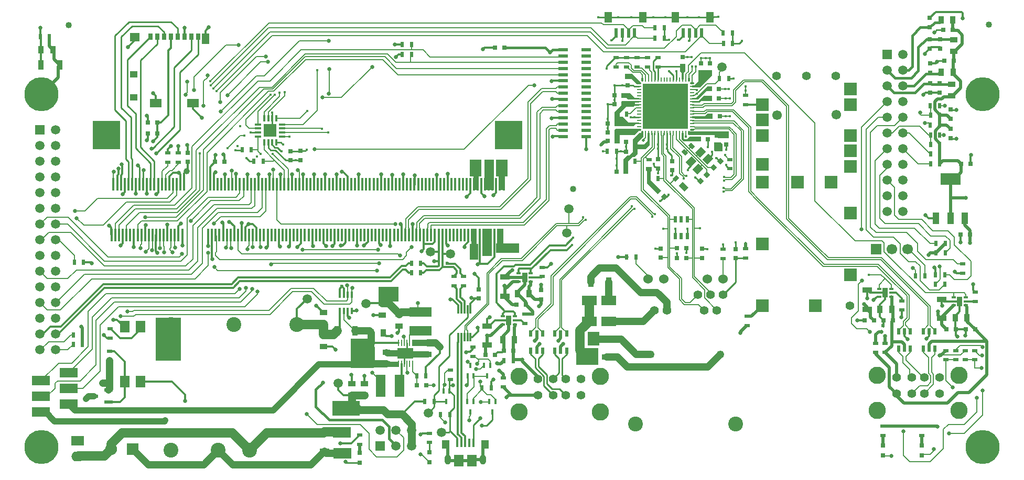
<source format=gtl>
G04*
G04 #@! TF.GenerationSoftware,Altium Limited,Altium Designer,21.6.4 (81)*
G04*
G04 Layer_Physical_Order=1*
G04 Layer_Color=255*
%FSAX25Y25*%
%MOIN*%
G70*
G04*
G04 #@! TF.SameCoordinates,DD8D4212-8735-41A3-844D-102B836B4CE1*
G04*
G04*
G04 #@! TF.FilePolarity,Positive*
G04*
G01*
G75*
%ADD10C,0.00984*%
%ADD11C,0.00787*%
%ADD12C,0.05118*%
%ADD13C,0.01181*%
%ADD16C,0.01968*%
%ADD19C,0.01000*%
%ADD24R,0.03543X0.02362*%
%ADD25C,0.05906*%
%ADD26R,0.05906X0.05906*%
%ADD27R,0.04331X0.01181*%
%ADD28R,0.01181X0.04331*%
%ADD29R,0.07874X0.07874*%
%ADD30R,0.02362X0.03543*%
%ADD31R,0.03150X0.03150*%
%ADD32R,0.02362X0.06102*%
%ADD33R,0.04724X0.07087*%
%ADD34R,0.02362X0.03937*%
%ADD35R,0.03150X0.03150*%
G04:AMPARAMS|DCode=36|XSize=11.02mil|YSize=27.17mil|CornerRadius=2.21mil|HoleSize=0mil|Usage=FLASHONLY|Rotation=270.000|XOffset=0mil|YOffset=0mil|HoleType=Round|Shape=RoundedRectangle|*
%AMROUNDEDRECTD36*
21,1,0.01102,0.02276,0,0,270.0*
21,1,0.00661,0.02717,0,0,270.0*
1,1,0.00441,-0.01138,-0.00331*
1,1,0.00441,-0.01138,0.00331*
1,1,0.00441,0.01138,0.00331*
1,1,0.00441,0.01138,-0.00331*
%
%ADD36ROUNDEDRECTD36*%
G04:AMPARAMS|DCode=37|XSize=11.02mil|YSize=27.17mil|CornerRadius=2.21mil|HoleSize=0mil|Usage=FLASHONLY|Rotation=180.000|XOffset=0mil|YOffset=0mil|HoleType=Round|Shape=RoundedRectangle|*
%AMROUNDEDRECTD37*
21,1,0.01102,0.02276,0,0,180.0*
21,1,0.00661,0.02717,0,0,180.0*
1,1,0.00441,-0.00331,0.01138*
1,1,0.00441,0.00331,0.01138*
1,1,0.00441,0.00331,-0.01138*
1,1,0.00441,-0.00331,-0.01138*
%
%ADD37ROUNDEDRECTD37*%
%ADD38R,0.02717X0.01102*%
%ADD39R,0.01102X0.02717*%
%ADD40R,0.28740X0.28740*%
%ADD41R,0.02953X0.01181*%
%ADD42R,0.03268X0.06496*%
%ADD43R,0.03543X0.05118*%
%ADD44R,0.05118X0.03543*%
%ADD45R,0.06299X0.03543*%
%ADD46P,0.04454X4X180.0*%
%ADD47P,0.04454X4X90.0*%
%ADD48R,0.17717X0.18110*%
%ADD49R,0.01378X0.07874*%
%ADD50R,0.06496X0.02362*%
%ADD51R,0.11811X0.05906*%
%ADD52R,0.14173X0.05906*%
%ADD53R,0.01575X0.03347*%
G04:AMPARAMS|DCode=54|XSize=23.62mil|YSize=35.43mil|CornerRadius=0mil|HoleSize=0mil|Usage=FLASHONLY|Rotation=135.000|XOffset=0mil|YOffset=0mil|HoleType=Round|Shape=Rectangle|*
%AMROTATEDRECTD54*
4,1,4,0.02088,0.00418,-0.00418,-0.02088,-0.02088,-0.00418,0.00418,0.02088,0.02088,0.00418,0.0*
%
%ADD54ROTATEDRECTD54*%

G04:AMPARAMS|DCode=55|XSize=23.62mil|YSize=35.43mil|CornerRadius=0mil|HoleSize=0mil|Usage=FLASHONLY|Rotation=45.000|XOffset=0mil|YOffset=0mil|HoleType=Round|Shape=Rectangle|*
%AMROTATEDRECTD55*
4,1,4,0.00418,-0.02088,-0.02088,0.00418,-0.00418,0.02088,0.02088,-0.00418,0.00418,-0.02088,0.0*
%
%ADD55ROTATEDRECTD55*%

%ADD56R,0.00984X0.03937*%
%ADD57R,0.09843X0.06693*%
%ADD58R,0.03937X0.07284*%
%ADD59R,0.12598X0.07284*%
%ADD60R,0.01181X0.05315*%
G04:AMPARAMS|DCode=61|XSize=55.12mil|YSize=43.31mil|CornerRadius=0mil|HoleSize=0mil|Usage=FLASHONLY|Rotation=225.000|XOffset=0mil|YOffset=0mil|HoleType=Round|Shape=Rectangle|*
%AMROTATEDRECTD61*
4,1,4,0.00418,0.03480,0.03480,0.00418,-0.00418,-0.03480,-0.03480,-0.00418,0.00418,0.03480,0.0*
%
%ADD61ROTATEDRECTD61*%

%ADD62R,0.05906X0.14173*%
%ADD63R,0.03543X0.06299*%
%ADD64R,0.07480X0.05315*%
%ADD65R,0.04606X0.07087*%
%ADD66R,0.02953X0.04331*%
%ADD67R,0.06102X0.05315*%
%ADD68R,0.04724X0.03937*%
%ADD69R,0.06299X0.07284*%
%ADD70R,0.05512X0.02362*%
%ADD71R,0.01772X0.04331*%
%ADD72R,0.09646X0.06102*%
%ADD73R,0.04724X0.05512*%
%ADD74R,0.01575X0.05512*%
%ADD147C,0.04000*%
%ADD148R,0.06102X0.07480*%
%ADD149C,0.01102*%
%ADD150C,0.01575*%
%ADD151C,0.00800*%
%ADD152C,0.00605*%
%ADD153C,0.00799*%
%ADD154C,0.00558*%
%ADD155C,0.01299*%
%ADD156C,0.00600*%
%ADD157C,0.00988*%
%ADD158C,0.04724*%
%ADD159C,0.05906*%
%ADD160C,0.01268*%
%ADD161C,0.03937*%
%ADD162R,0.13000X0.04000*%
%ADD163R,0.08250X0.03750*%
%ADD164R,0.14173X0.10630*%
%ADD165R,0.07382X0.09153*%
%ADD166R,0.11221X0.07087*%
%ADD167R,0.11713X0.06594*%
%ADD168R,0.14567X0.18799*%
%ADD169R,0.17520X0.09350*%
%ADD170R,0.13091X0.09252*%
%ADD171R,0.15945X0.27658*%
%ADD172R,0.03642X0.18898*%
%ADD173R,0.07579X0.10827*%
%ADD174R,0.05413X0.10236*%
%ADD175R,0.06299X0.19488*%
%ADD176R,0.06299X0.17815*%
%ADD177R,0.03839X0.19291*%
%ADD178R,0.07284X0.10925*%
%ADD179R,0.03839X0.15650*%
%ADD180R,0.14567X0.06398*%
%ADD181C,0.11024*%
%ADD182C,0.05543*%
%ADD183C,0.21654*%
%ADD184R,0.05906X0.05906*%
%ADD185C,0.05512*%
%ADD186C,0.06102*%
%ADD187C,0.04921*%
%ADD188C,0.09449*%
%ADD189C,0.06024*%
%ADD190R,0.07874X0.06299*%
%ADD191O,0.07874X0.06299*%
%ADD192R,0.07480X0.07480*%
%ADD193C,0.07480*%
%ADD194C,0.06693*%
%ADD195R,0.06693X0.06693*%
%ADD196O,0.03937X0.06299*%
%ADD197C,0.01772*%
%ADD198C,0.02500*%
%ADD199C,0.01968*%
%ADD200C,0.02362*%
%ADD201C,0.03937*%
G36*
X1009480Y0360547D02*
X1008457Y0359524D01*
X1008457Y0355020D01*
X1007354D01*
X1007354Y0359563D01*
X1006331Y0360587D01*
Y0365193D01*
X1009480D01*
Y0360547D01*
D02*
G37*
G36*
X0981248Y0353366D02*
Y0353035D01*
X0981468Y0352815D01*
X0981248Y0352264D01*
X0978881D01*
X0975499Y0355646D01*
X0971409D01*
Y0358795D01*
X0975819D01*
X0981248Y0353366D01*
D02*
G37*
G36*
X1026724Y0357811D02*
X1019209Y0350295D01*
X1014047D01*
Y0351398D01*
X1015405D01*
X1018075Y0354067D01*
Y0361059D01*
X1026724D01*
Y0357811D01*
D02*
G37*
G36*
Y0347673D02*
X1023083D01*
X1017831Y0342421D01*
X1014047D01*
Y0343524D01*
X1016276D01*
X1023575Y0350823D01*
X1026724D01*
Y0347673D01*
D02*
G37*
G36*
X0977724Y0343524D02*
X0980110D01*
Y0342421D01*
X0973161D01*
X0972106Y0343476D01*
X0968957D01*
Y0346626D01*
X0974622D01*
X0977724Y0343524D01*
D02*
G37*
G36*
X1026724Y0341571D02*
X1019717D01*
X1018599Y0340453D01*
X1014047D01*
Y0341555D01*
X1018161D01*
X1021327Y0344720D01*
X1026724D01*
Y0341571D01*
D02*
G37*
G36*
X1026823Y0330252D02*
X1015764D01*
X1015405Y0330610D01*
X1014047D01*
Y0331713D01*
X1021984D01*
X1023673Y0333401D01*
X1026823D01*
Y0330252D01*
D02*
G37*
G36*
X0980110Y0340453D02*
X0977709D01*
Y0339587D01*
X0980110D01*
Y0338484D01*
X0977279D01*
X0976772Y0337976D01*
X0972106D01*
Y0337937D01*
X0967856Y0333687D01*
Y0331433D01*
X0969828D01*
X0973486Y0327776D01*
X0980110Y0327776D01*
Y0326673D01*
X0977969D01*
X0976772Y0325476D01*
X0964707D01*
Y0331030D01*
Y0334573D01*
X0968957Y0338823D01*
Y0341126D01*
X0969386Y0341555D01*
X0980110D01*
Y0340453D01*
D02*
G37*
G36*
X1012531Y0322083D02*
X1037256Y0322083D01*
X1037256Y0317949D01*
X1030268Y0317949D01*
X1028492Y0319724D01*
X1011843D01*
Y0322441D01*
X1012173D01*
X1012531Y0322083D01*
D02*
G37*
G36*
X1008457Y0317909D02*
X1009205Y0317161D01*
X1010681Y0317161D01*
X1012354Y0318835D01*
X1019441D01*
Y0315685D01*
X1008713D01*
X1007354Y0317043D01*
Y0321083D01*
X1008457D01*
Y0317909D01*
D02*
G37*
G36*
X0980110Y0322736D02*
X0977350Y0319976D01*
X0967856D01*
Y0314476D01*
X0964707D01*
Y0319976D01*
Y0323126D01*
X0965419Y0323838D01*
X0980110D01*
Y0322736D01*
D02*
G37*
G36*
X0986803Y0313559D02*
X0984094Y0310850D01*
X0979356D01*
Y0307701D01*
X0977400Y0305744D01*
X0976035D01*
X0973279Y0302988D01*
Y0295016D01*
X0970130D01*
Y0304366D01*
X0970524Y0304760D01*
X0972591Y0306827D01*
X0973758D01*
X0976207Y0309276D01*
Y0310850D01*
Y0313929D01*
Y0317079D01*
X0980211Y0321083D01*
X0982866D01*
Y0318677D01*
X0979356Y0315167D01*
Y0313929D01*
X0983531D01*
X0985701Y0316098D01*
X0985701Y0321083D01*
X0986803D01*
Y0313559D01*
D02*
G37*
G36*
X1033319Y0314209D02*
Y0309976D01*
X1032827Y0309484D01*
X1028693D01*
X1027905Y0310272D01*
Y0315193D01*
X1032335D01*
X1033319Y0314209D01*
D02*
G37*
G36*
X1011665Y0286399D02*
X1009160Y0283894D01*
X1005661Y0287392D01*
X1008167Y0289898D01*
X1011665Y0286399D01*
D02*
G37*
G36*
X0988240Y0297181D02*
X0987551Y0296492D01*
Y0291141D01*
X0994186Y0284505D01*
X0991959Y0282278D01*
X0985189Y0289048D01*
Y0296689D01*
X0984697Y0297181D01*
Y0299543D01*
X0988240D01*
Y0297181D01*
D02*
G37*
D10*
X0688339Y0323264D02*
Y0359780D01*
X0699756Y0371197D01*
X0886998Y0138545D02*
Y0143449D01*
X0883248Y0134795D02*
X0886998Y0138545D01*
X0880248Y0134795D02*
X0883248D01*
X0859717Y0160545D02*
Y0163561D01*
Y0156892D02*
Y0160545D01*
X0861998D01*
X0859717Y0163561D02*
X0860248Y0164093D01*
X0849951Y0153998D02*
X0852998Y0157045D01*
X0849951Y0150045D02*
Y0153998D01*
Y0150045D02*
X0850104Y0150199D01*
X0857748D01*
X0859717Y0156892D02*
X0862498Y0154110D01*
Y0146045D02*
Y0154110D01*
X0859951Y0143498D02*
X0862498Y0146045D01*
X0859951Y0141795D02*
Y0143498D01*
Y0131342D02*
Y0141795D01*
Y0131342D02*
X0864630Y0126663D01*
Y0123655D02*
Y0126663D01*
X0859748Y0192508D02*
X0871114Y0203874D01*
Y0208795D01*
X0852998Y0157045D02*
Y0172470D01*
X0859748Y0179220D01*
Y0192508D01*
X0654972Y0367949D02*
X0669441Y0382417D01*
X0673772Y0377890D02*
Y0382417D01*
X0663240Y0367358D02*
X0673772Y0377890D01*
X0654972Y0338618D02*
Y0367949D01*
X0651035Y0382516D02*
X0657827Y0389307D01*
X0674362D01*
X0678102Y0385567D01*
Y0382417D02*
Y0385567D01*
X0686764Y0382417D02*
Y0387929D01*
X0682728Y0391965D02*
X0686764Y0387929D01*
X0655760Y0391965D02*
X0682728D01*
X0663240Y0312043D02*
Y0367358D01*
Y0312043D02*
X0672061Y0303222D01*
Y0288545D02*
Y0303222D01*
X0669699Y0288545D02*
Y0301943D01*
X0664974Y0288545D02*
Y0297045D01*
X0665307Y0297378D01*
X0699756Y0371197D02*
Y0382417D01*
X0695425Y0373657D02*
Y0382417D01*
X0684697Y0362929D02*
X0695425Y0373657D01*
X0684697Y0325035D02*
Y0362929D01*
X0670917Y0311256D02*
X0684697Y0325035D01*
X0670228Y0311256D02*
X0670917D01*
X0661567Y0300626D02*
X0662612Y0299581D01*
Y0288545D02*
Y0299581D01*
X0870524Y0160468D02*
X0871114Y0161059D01*
Y0166374D01*
X0931358Y0166770D02*
X0933498Y0164630D01*
X0931358Y0166770D02*
Y0177406D01*
X0934106Y0180154D01*
Y0182614D01*
X0925624Y0164630D02*
X0929374Y0168380D01*
X0926626Y0180154D02*
Y0182614D01*
X0929374Y0168380D02*
Y0177406D01*
X0926626Y0180154D02*
X0929374Y0177406D01*
X0914118Y0171757D02*
Y0177406D01*
X0911370Y0180154D02*
Y0182614D01*
Y0180154D02*
X0914118Y0177406D01*
X0919645Y0160274D02*
Y0166230D01*
Y0160274D02*
X0925624Y0154295D01*
X0914118Y0171757D02*
X0919645Y0166230D01*
X0916102Y0172579D02*
Y0177406D01*
X0924756Y0158205D02*
X0929589D01*
X0921630Y0161331D02*
X0924756Y0158205D01*
X0929589D02*
X0933498Y0154295D01*
X0921630Y0161331D02*
Y0167052D01*
X0916102Y0172579D02*
X0921630Y0167052D01*
X0918850Y0180154D02*
Y0182614D01*
X0916102Y0177406D02*
X0918850Y0180154D01*
X0673181Y0308106D02*
X0688339Y0323264D01*
X0846114Y0142850D02*
X0849951Y0146687D01*
Y0150045D01*
X0854677Y0130646D02*
X0859254D01*
X0859951Y0131342D01*
X0793457Y0111650D02*
X0793961Y0111146D01*
X0802498D01*
X0846998Y0117695D02*
Y0124045D01*
X0653988Y0304465D02*
Y0328776D01*
Y0304465D02*
X0655526Y0302927D01*
Y0288545D02*
Y0302927D01*
X0657888Y0288545D02*
Y0304366D01*
X0657138Y0305116D02*
X0657888Y0304366D01*
X0660090Y0311551D02*
X0669699Y0301943D01*
X0660090Y0311551D02*
Y0333500D01*
X0654972Y0338618D02*
X0660090Y0333500D01*
X0651035Y0337240D02*
Y0382516D01*
Y0337240D02*
X0657138Y0331138D01*
Y0305116D02*
Y0331138D01*
X0647000Y0335764D02*
X0653988Y0328776D01*
X0647000Y0335764D02*
Y0383205D01*
X0655760Y0391965D01*
D11*
X0965421Y0363122D02*
X0965587Y0363288D01*
Y0365023D02*
X0966454Y0365890D01*
X0973689D01*
X0965587Y0363288D02*
Y0365023D01*
X0975205Y0362590D02*
Y0364374D01*
X0973689Y0365890D02*
X0975205Y0364374D01*
X0972732Y0363146D02*
X0976189Y0359689D01*
X0972142Y0363146D02*
X0972732D01*
X0976189Y0359689D02*
X0980885D01*
X0982315Y0358259D01*
Y0355020D02*
Y0358259D01*
X0976818Y0360976D02*
X0981418D01*
X0975205Y0362590D02*
X0976818Y0360976D01*
X0984283Y0355020D02*
Y0358111D01*
X0981418Y0360976D02*
X0984283Y0358111D01*
X0981989Y0362461D02*
X0986193Y0358256D01*
X0979346Y0362461D02*
X0981989D01*
X0986193Y0355079D02*
Y0358256D01*
X0985980Y0363098D02*
X0986063D01*
X0986851Y0362311D01*
Y0361275D02*
X0988220Y0359906D01*
Y0355020D02*
Y0359906D01*
X0986851Y0361275D02*
Y0362311D01*
X0986193Y0355079D02*
X0986252Y0355020D01*
X0978658Y0363150D02*
X0979346Y0362461D01*
X0753398Y0318933D02*
X0758024D01*
X0718555Y0311354D02*
X0726626Y0319425D01*
X0729283D01*
X0701035Y0284780D02*
Y0308205D01*
X0686665Y0270409D02*
X0701035Y0284780D01*
X0662453Y0270409D02*
X0686665D01*
X0654344Y0262301D02*
X0662453Y0270409D01*
X0654344Y0256262D02*
Y0262301D01*
X0748310Y0303942D02*
X0754738Y0297514D01*
X0741882Y0310370D02*
X0748310Y0303942D01*
X0747553Y0303185D02*
X0748310Y0303942D01*
X0741094Y0303185D02*
X0747553D01*
X0738043Y0310398D02*
Y0318933D01*
Y0309356D02*
Y0310398D01*
X0733740D02*
X0738043D01*
X0733713Y0310370D02*
X0733740Y0310398D01*
X0738043Y0309356D02*
X0739421Y0307978D01*
Y0307811D02*
Y0307978D01*
X0747394Y0307713D02*
X0757100Y0298006D01*
Y0288545D02*
Y0298006D01*
X0741882Y0310370D02*
Y0315094D01*
X0754738Y0288545D02*
Y0297514D01*
X1009874Y0358677D02*
X1011469Y0360272D01*
Y0363421D01*
X1013683Y0369474D02*
X1013732Y0369425D01*
X1011075Y0369524D02*
X1011124Y0369474D01*
X1013683D01*
X1007905Y0369524D02*
X1011075D01*
X1007905Y0369524D02*
X1007905Y0369524D01*
X1019736Y0368835D02*
X1022591D01*
X1025346D01*
Y0365587D02*
Y0368835D01*
X1025150Y0365390D02*
X1025346Y0365587D01*
X1019736Y0365476D02*
Y0368835D01*
X1019650Y0365390D02*
X1019736Y0365476D01*
X1048033Y0348215D02*
Y0350675D01*
X1047984Y0348165D02*
X1048033Y0348215D01*
Y0350675D02*
X1048083Y0350724D01*
X1047984Y0345213D02*
Y0348165D01*
X1034795Y0349248D02*
X1037354D01*
X1031055D02*
X1034795D01*
X1035091Y0343146D02*
X1037846D01*
X1031055D02*
X1035091D01*
X1031055Y0343146D02*
X1031055Y0343146D01*
X1035091Y0331925D02*
X1037945D01*
X1031744D02*
X1035091D01*
X1031646Y0331827D02*
X1031744Y0331925D01*
X1014047Y0348878D02*
X1014187Y0348738D01*
X1016621D01*
X1016761Y0348598D01*
X1016291Y0360075D02*
Y0363323D01*
X1014047Y0357831D02*
X1016291Y0360075D01*
X1014047Y0352815D02*
Y0357831D01*
X1009874Y0355020D02*
Y0358677D01*
X0957152Y0309399D02*
X0960006D01*
X0984293Y0318186D02*
Y0321073D01*
X0983056Y0316629D02*
Y0316948D01*
X0984293Y0318186D01*
X0984283Y0321083D02*
X0984293Y0321073D01*
D12*
X0817498Y0144795D02*
X0820248Y0142045D01*
X0802248Y0144795D02*
X0817498D01*
X0797498Y0149545D02*
X0802248Y0144795D01*
X0797498Y0149545D02*
Y0154055D01*
X0820248Y0142045D02*
X0829498D01*
X0835748Y0135795D01*
Y0131795D02*
Y0135795D01*
Y0121795D02*
Y0131795D01*
X0797498Y0154055D02*
X0805498D01*
X0816998Y0212785D02*
X0820758D01*
X0827498Y0205785D02*
Y0206045D01*
Y0205785D02*
X0828762Y0207049D01*
X0841248D01*
X0820758Y0212785D02*
X0827498Y0206045D01*
D13*
X1185186Y0398165D02*
X1185878Y0397473D01*
X1168870Y0398165D02*
X1185186D01*
X1185878Y0394032D02*
Y0397473D01*
X1165043Y0394338D02*
X1168870Y0398165D01*
X1058371Y0339307D02*
X1058504Y0339174D01*
X1047984Y0339307D02*
X1058371D01*
X0631547Y0238913D02*
X0632335Y0238126D01*
X0627020Y0238913D02*
X0631547D01*
X0789909Y0221980D02*
X0791291Y0223362D01*
X0792469Y0222185D01*
X0789909Y0218163D02*
Y0221980D01*
X0687207Y0312683D02*
X0687354Y0312831D01*
X0687207Y0308506D02*
Y0312683D01*
X0881055Y0374543D02*
X0881941Y0375429D01*
X0888535D01*
X0924559Y0354268D02*
X0924657Y0354366D01*
X0932039D01*
X0853498Y0180795D02*
Y0184795D01*
X0844701Y0171998D02*
X0853498Y0180795D01*
X0844701Y0166545D02*
Y0171998D01*
X0829498Y0142045D02*
X0837498Y0150045D01*
X0844045D01*
X0829090Y0161134D02*
Y0174102D01*
X0810008Y0187295D02*
X0810201Y0187488D01*
X0827319D01*
X0788289Y0195045D02*
X0789909Y0196665D01*
Y0207927D01*
X0872774Y0181912D02*
X0874658Y0183795D01*
Y0184681D01*
X0870228Y0181335D02*
X0870806Y0181912D01*
X0872774D01*
X0893496Y0201807D02*
X0897394D01*
X0883713Y0198264D02*
X0884992D01*
X0888535Y0201807D01*
X0893496D01*
X0888535Y0179957D02*
X0890110Y0181532D01*
X0893260D01*
X0894244Y0182516D01*
X0907236Y0199937D02*
X0907433D01*
X0905366Y0201807D02*
X0907236Y0199937D01*
X0901291Y0201807D02*
X0905366D01*
X0911331Y0229169D02*
X0918161D01*
X0918653Y0229661D01*
X1147098Y0214307D02*
Y0215783D01*
X1143555Y0219327D02*
X1147098Y0215783D01*
X1140563Y0219327D02*
X1143555D01*
X1127020D02*
X1132768D01*
X1125346Y0221000D02*
X1127020Y0219327D01*
X1132768D02*
X1136665D01*
X1125346Y0215587D02*
Y0221000D01*
X1118949Y0201807D02*
X1123575D01*
X1118850Y0201709D02*
X1118949Y0201807D01*
X1133319Y0204169D02*
X1135583Y0201905D01*
X1133319Y0204169D02*
Y0208697D01*
Y0211650D01*
X1136665Y0214996D01*
Y0219327D01*
X1135583Y0197968D02*
Y0201905D01*
X1187906Y0213913D02*
X1190799D01*
X1173969D02*
X1180110D01*
X1172591Y0215291D02*
X1173969Y0213913D01*
X1172591Y0211551D02*
Y0215291D01*
Y0211551D02*
X1172886Y0211256D01*
X1181153Y0196492D02*
Y0203480D01*
Y0196492D02*
X1181646Y0196000D01*
X1187945D01*
X1181153Y0203480D02*
Y0204563D01*
X1184008Y0207417D01*
Y0213913D01*
X1180110D02*
X1184008D01*
X0966783Y0242260D02*
X0972886D01*
X0707494Y0288545D02*
Y0299604D01*
X0710681Y0302791D01*
X0716587D02*
Y0307024D01*
X0715996Y0307614D02*
X0716587Y0307024D01*
X0693161Y0297575D02*
Y0302594D01*
Y0308598D02*
Y0313421D01*
X0693063Y0313520D02*
X0693161Y0313421D01*
X0680419Y0308506D02*
Y0310718D01*
X0682531Y0312831D01*
X0689778Y0249482D02*
Y0256262D01*
X0706313Y0249408D02*
Y0256262D01*
X0706153Y0249248D02*
X0706313Y0249408D01*
X0925150Y0342752D02*
X0932532D01*
X0924559Y0330744D02*
X0931941D01*
X0925346Y0319031D02*
X0932728D01*
X0946606Y0311059D02*
Y0318441D01*
X1184697Y0251413D02*
Y0256433D01*
X1164126Y0266965D02*
X1169047D01*
X1162158Y0268933D02*
X1164126Y0266965D01*
X1165110Y0346787D02*
X1171311D01*
X1162158D02*
X1165110D01*
X1160779Y0345409D02*
X1162158Y0346787D01*
X1165110Y0365390D02*
X1168850D01*
Y0365882D01*
X1169441Y0366472D01*
X1162059Y0371949D02*
X1165043Y0374933D01*
X1162059Y0371492D02*
Y0371949D01*
X1166031Y0375921D02*
X1171606D01*
X1165043Y0374933D02*
X1166031Y0375921D01*
X1181843Y0231827D02*
X1186075D01*
X1180760Y0232909D02*
X1181843Y0231827D01*
X0827089Y0371069D02*
X0829577D01*
X0825445Y0369425D02*
X0827089Y0371069D01*
X0824978Y0377569D02*
X0829624D01*
X0824953Y0377594D02*
X0824978Y0377569D01*
X0792469Y0218163D02*
Y0222185D01*
X1148870Y0191964D02*
Y0194720D01*
Y0191964D02*
X1151035Y0189799D01*
X1164520Y0191866D02*
Y0194720D01*
X1162846Y0190193D02*
X1164520Y0191866D01*
X1192472Y0221098D02*
Y0224740D01*
Y0221098D02*
X1193850Y0219720D01*
X1190799Y0213913D02*
X1190898Y0213815D01*
X1193850D01*
X1182138Y0191571D02*
X1182433D01*
X1181646Y0192063D02*
Y0196000D01*
Y0192063D02*
X1182138Y0191571D01*
X1187748Y0191472D02*
Y0192063D01*
X1187945D02*
Y0196000D01*
Y0192063D02*
X1188338D01*
X1187748Y0191472D02*
X1188338Y0192063D01*
X0806896Y0212785D02*
X0816998D01*
X0806646Y0212535D02*
X0806896Y0212785D01*
X1125346Y0215587D02*
X1125372Y0215612D01*
Y0215788D01*
X0727573Y0256262D02*
Y0263679D01*
X0727709Y0263815D01*
X0653102Y0197457D02*
X0653319Y0197673D01*
X0648358Y0202201D02*
X0653102Y0197457D01*
X0645917Y0202201D02*
X0648358D01*
X0663319Y0196177D02*
Y0197673D01*
X0657728Y0190587D02*
X0663319Y0196177D01*
X0650150Y0190587D02*
X0657728D01*
X0644343Y0196394D02*
X0650150Y0190587D01*
X0643850Y0196394D02*
X0644343D01*
X0641980Y0190488D02*
X0643850D01*
X0640012Y0192457D02*
X0641980Y0190488D01*
X0653319Y0162831D02*
Y0175449D01*
X0646744Y0182024D02*
X0653319Y0175449D01*
X0643653Y0182024D02*
X0646744D01*
X0663319Y0162831D02*
X0683319D01*
X0691685Y0154464D01*
Y0150429D02*
Y0154464D01*
X0689323Y0129563D02*
Y0129661D01*
X0642965Y0149838D02*
X0650346D01*
X0653319Y0152811D01*
Y0162831D01*
X0648439Y0288545D02*
Y0294092D01*
X0649165Y0294819D01*
Y0298559D01*
X0650801Y0288545D02*
Y0294191D01*
X0651626Y0295016D01*
Y0300823D01*
X0651232Y0301217D02*
X0651626Y0300823D01*
X0667965Y0327890D02*
Y0331433D01*
X0667177Y0332220D02*
X0667965Y0331433D01*
Y0317063D02*
Y0320901D01*
X0667374Y0316472D02*
X0667965Y0317063D01*
X0673870Y0320901D02*
Y0327890D01*
X0676331D01*
X0681055Y0332614D01*
Y0373657D01*
X0682433Y0375035D01*
Y0382417D01*
X0673870Y0318638D02*
Y0320901D01*
X0671213Y0315980D02*
X0673870Y0318638D01*
X0653163Y0283561D02*
Y0288545D01*
X0651823Y0282220D02*
X0653163Y0283561D01*
X0660250Y0282577D02*
Y0288545D01*
X0667337Y0282443D02*
Y0288545D01*
X0674423Y0283069D02*
Y0288545D01*
X0673378Y0282024D02*
X0674423Y0283069D01*
X0681510Y0288545D02*
Y0293404D01*
X0683811Y0295705D01*
X0688596Y0288545D02*
Y0294758D01*
X0709856Y0288545D02*
Y0295372D01*
X0710779Y0296295D01*
X0724067Y0288913D02*
Y0295016D01*
X0716882Y0288815D02*
Y0294917D01*
X0731116Y0288545D02*
Y0294648D01*
X0738203Y0288545D02*
Y0294648D01*
X0745289Y0288545D02*
Y0294648D01*
X0752376Y0288545D02*
Y0294648D01*
X0759463Y0288545D02*
Y0294648D01*
X0766549Y0288545D02*
Y0294648D01*
X0773636Y0288545D02*
Y0294648D01*
X0780722Y0288545D02*
Y0294648D01*
X0787809Y0288545D02*
Y0294648D01*
X0794896Y0288545D02*
Y0293380D01*
X0791783Y0296492D02*
X0794896Y0293380D01*
X0791390Y0296492D02*
X0791783D01*
X0802020Y0288717D02*
Y0294819D01*
X0816193Y0288717D02*
Y0294819D01*
X0823181Y0288323D02*
Y0294425D01*
X0830366Y0288618D02*
Y0294720D01*
X0837453Y0288126D02*
Y0294228D01*
X0851626Y0288421D02*
Y0294524D01*
X0858713Y0289110D02*
Y0295213D01*
X0872848Y0282774D02*
Y0288545D01*
X0870524Y0280449D02*
X0872848Y0282774D01*
X0879935Y0282848D02*
Y0288545D01*
Y0282848D02*
X0882039Y0280744D01*
X0889384Y0283069D02*
Y0288545D01*
X0887748Y0281433D02*
X0889384Y0283069D01*
X0888203Y0242124D02*
Y0256262D01*
X0884008Y0237929D02*
X0888203Y0242124D01*
X0878004Y0237929D02*
X0884008D01*
X0878754Y0256262D02*
X0878998Y0256018D01*
Y0238923D02*
Y0256018D01*
X0877512Y0237437D02*
X0878004Y0237929D01*
X0878998Y0238923D01*
X0871667Y0251770D02*
Y0256262D01*
X0869343Y0249445D02*
X0871667Y0251770D01*
X0869343Y0248559D02*
Y0249445D01*
X0857494Y0250565D02*
Y0256262D01*
Y0250565D02*
X0858417Y0249642D01*
X0850408Y0251868D02*
Y0256262D01*
X0849067Y0250528D02*
X0850408Y0251868D01*
X0843949Y0250528D02*
X0849067D01*
X0843321Y0251155D02*
X0843949Y0250528D01*
X0843321Y0251155D02*
Y0256262D01*
Y0247242D02*
Y0251155D01*
X0841980Y0245901D02*
X0843321Y0247242D01*
X0836234Y0256262D02*
Y0263163D01*
X0836173Y0263224D02*
X0836234Y0263163D01*
X0829148Y0256262D02*
Y0262573D01*
X0828693Y0263028D02*
X0829148Y0262573D01*
X0821939Y0249112D02*
X0822061D01*
Y0256262D01*
X0814974Y0250762D02*
Y0256262D01*
Y0250762D02*
X0815898Y0249838D01*
X0807888Y0251868D02*
Y0256262D01*
X0805366Y0249346D02*
X0807888Y0251868D01*
X0800801Y0249778D02*
Y0256262D01*
Y0249778D02*
X0801035Y0249543D01*
X0793715Y0251376D02*
Y0256262D01*
X0791783Y0249445D02*
X0793715Y0251376D01*
X0790504Y0249445D02*
X0791783D01*
X0786628Y0250490D02*
Y0256262D01*
X0785386Y0249248D02*
X0786628Y0250490D01*
X0779541Y0250959D02*
Y0256262D01*
Y0250959D02*
X0781252Y0249248D01*
X0772455Y0249778D02*
Y0256262D01*
Y0249778D02*
X0773083Y0249150D01*
X0765368Y0250884D02*
Y0256262D01*
X0763043Y0248559D02*
X0765368Y0250884D01*
X0758282Y0249506D02*
Y0256262D01*
X0757728Y0248953D02*
X0758282Y0249506D01*
X0751195Y0249581D02*
Y0256262D01*
Y0249581D02*
X0751921Y0248854D01*
X0744108Y0248817D02*
Y0256262D01*
X0743358Y0248067D02*
X0744108Y0248817D01*
X0729935Y0256262D02*
Y0261120D01*
X0731941Y0263126D01*
X0737022Y0256262D02*
Y0260801D01*
X0734697Y0263126D02*
X0737022Y0260801D01*
X0731941Y0263126D02*
X0734697D01*
X0722848Y0256262D02*
Y0261785D01*
X0722750D02*
X0722848D01*
X0720031Y0264504D02*
X0722750Y0261785D01*
X0719539Y0264504D02*
X0720031D01*
X0715762Y0256262D02*
Y0263754D01*
X0715406Y0264110D02*
X0715762Y0263754D01*
X0708675Y0256262D02*
X0708693Y0256244D01*
Y0243906D02*
Y0256244D01*
X0708675Y0243889D02*
X0708693Y0243906D01*
X0708675Y0241214D02*
Y0243889D01*
Y0241214D02*
X0709008Y0240882D01*
X0687415Y0256262D02*
Y0261711D01*
X0689028Y0263323D01*
X0690959Y0288545D02*
Y0295372D01*
X0693161Y0297575D01*
X0687650Y0295705D02*
X0688596Y0294758D01*
X0683811Y0295705D02*
X0687650D01*
X0689778Y0249482D02*
X0689815Y0249445D01*
X0680329Y0256262D02*
Y0262671D01*
X0680169Y0262831D02*
X0680329Y0262671D01*
X0673004Y0256024D02*
X0673242Y0256262D01*
X0673004Y0245685D02*
Y0256024D01*
Y0245685D02*
X0673969Y0244720D01*
X0666155Y0256262D02*
Y0262104D01*
X0666685Y0262634D01*
X0659069Y0248719D02*
Y0256262D01*
X0658909Y0248559D02*
X0659069Y0248719D01*
X0651982Y0250687D02*
Y0256262D01*
X0650740Y0249445D02*
X0651982Y0250687D01*
X0644736Y0256421D02*
X0644896Y0256262D01*
X0644736Y0256421D02*
Y0260961D01*
X0643457Y0262240D02*
X0644736Y0260961D01*
X0643358Y0262240D02*
X0643457D01*
X0845258Y0180795D02*
X0845998Y0180055D01*
X0840307Y0180795D02*
X0845258D01*
X0883713Y0198264D02*
Y0202693D01*
X0883909D01*
X0885189Y0203972D01*
X0865209Y0208795D02*
Y0211354D01*
X0861469Y0215094D02*
X0865209Y0211354D01*
X0860386Y0215094D02*
X0861469D01*
X0878201Y0221590D02*
Y0228972D01*
X0875642Y0231532D02*
X0878201Y0228972D01*
X0873083Y0212437D02*
X0876331Y0215685D01*
X0873083Y0208795D02*
Y0212437D01*
Y0191276D02*
X0874362D01*
X0877807Y0194720D01*
Y0196984D01*
X0877610Y0197181D02*
X0877807Y0196984D01*
X0918653Y0235567D02*
X0922000D01*
X0924165Y0237732D01*
X0811620Y0205305D02*
X0816998D01*
X0811370Y0205055D02*
X0811620Y0205305D01*
X0817488Y0193795D02*
X0819319Y0191964D01*
X0822787D01*
X0827498Y0194608D02*
Y0198305D01*
X0826724Y0193835D02*
X0827498Y0194608D01*
X0795027Y0204468D02*
Y0207927D01*
Y0204468D02*
X0795917Y0203579D01*
X0797587Y0207927D02*
X0800561D01*
X0800642Y0208008D01*
X0779498Y0185305D02*
X0785155D01*
X0787157Y0183303D01*
X0779498Y0206785D02*
Y0207596D01*
X0775028Y0211256D02*
X0779498Y0206785D01*
X0774756Y0211256D02*
X0775028D01*
X0691094Y0382417D02*
Y0387929D01*
X0691390Y0388224D01*
X0704480Y0381236D02*
Y0386256D01*
X0706646Y0388421D01*
X0659598Y0380252D02*
Y0382024D01*
X0655169Y0375823D02*
X0659598Y0380252D01*
X0672984Y0340291D02*
Y0344819D01*
X0671213Y0346590D02*
X0672984Y0344819D01*
X0696606Y0336551D02*
Y0340291D01*
Y0336551D02*
X0702216Y0330941D01*
X0805498Y0161535D02*
Y0166340D01*
X0805563Y0166405D01*
X0797394Y0167051D02*
X0797498Y0167156D01*
Y0161535D02*
Y0167156D01*
X1190799Y0301512D02*
Y0306532D01*
X1191390Y0307122D01*
X1168642Y0230892D02*
Y0234791D01*
X1167866Y0235567D02*
X1168642Y0234791D01*
X1147098Y0204268D02*
Y0208401D01*
X1146803Y0203972D02*
X1147098Y0204268D01*
X0599756Y0364602D02*
Y0373854D01*
X0600051Y0374150D01*
Y0381827D01*
X0599461Y0382417D02*
X0600051Y0381827D01*
X0599461Y0382417D02*
Y0387929D01*
X0599559Y0388028D01*
X0762748Y0199045D02*
Y0209189D01*
X0769146Y0215587D01*
X0792193Y0154055D02*
X0797498D01*
X0788831Y0157417D02*
X0792193Y0154055D01*
X0788831Y0157417D02*
Y0161945D01*
X0797211Y0123461D02*
X0802498Y0128748D01*
X0790406Y0123461D02*
X0797211D01*
X0790307Y0123362D02*
X0790406Y0123461D01*
X0842270Y0129951D02*
X0846998D01*
X0841390Y0129071D02*
X0842270Y0129951D01*
X0886272Y0158795D02*
Y0162732D01*
X0887551Y0164012D01*
X0873575Y0216276D02*
X0874165Y0215685D01*
X0876331D01*
X0878201D01*
X1131449Y0216768D02*
X1132768D01*
X1129382Y0214701D02*
X1131449Y0216768D01*
X0710681Y0302791D02*
Y0307122D01*
X0710779Y0307220D01*
D16*
X1168429Y0322646D02*
X1171311Y0325528D01*
Y0326118D01*
X1168429Y0317386D02*
X1171409Y0314405D01*
X1168429Y0317386D02*
Y0322646D01*
X1171409Y0313815D02*
Y0314405D01*
X1173804Y0344031D02*
X1178102D01*
X1169772Y0342685D02*
X1172457D01*
X1178102Y0344031D02*
X1178890Y0344819D01*
X1172457Y0342685D02*
X1173804Y0344031D01*
X1168110Y0341024D02*
X1169772Y0342685D01*
X1168110Y0336215D02*
Y0341024D01*
Y0336215D02*
X1171398Y0332927D01*
Y0332337D02*
Y0332927D01*
X1179638Y0386677D02*
X1179905Y0386409D01*
X1182759D01*
X1185693Y0383475D01*
Y0377823D02*
Y0383475D01*
X1180169Y0373087D02*
X1180957D01*
X1185693Y0377823D01*
X1180026Y0358762D02*
Y0360049D01*
Y0358762D02*
X1184673Y0354114D01*
Y0349815D02*
Y0354114D01*
X1178890Y0344819D02*
X1179677D01*
X1184673Y0349815D01*
X1180026Y0360049D02*
Y0366738D01*
X1179776Y0359799D02*
X1180026Y0360049D01*
Y0366738D02*
X1180276Y0366988D01*
X1180222Y0367041D02*
Y0373033D01*
X1180169Y0373087D02*
X1180222Y0373033D01*
Y0367041D02*
X1180276Y0366988D01*
X1179657Y0386697D02*
Y0393244D01*
X1179677Y0393264D01*
X1179638Y0386677D02*
X1179657Y0386697D01*
X1176018Y0332337D02*
X1178224Y0330130D01*
X1171398Y0332337D02*
X1176018D01*
X1175744Y0326118D02*
X1178173Y0323689D01*
X1171311Y0326118D02*
X1175744D01*
X0593845Y0114892D02*
X0598641Y0119689D01*
X1192270Y0348357D02*
X1196021D01*
X1198673Y0345705D01*
X0598641Y0114892D02*
Y0119689D01*
X0600248Y0121295D01*
X0601294Y0112240D02*
X0603999D01*
X0600248D02*
X0601294D01*
X0598641Y0114892D02*
X0601294Y0112240D01*
X0593845Y0114892D02*
X0598641D01*
X0593845Y0127698D02*
X0596497Y0130350D01*
X0600248D01*
X1194922Y0354760D02*
X1198673D01*
X1192270Y0352108D02*
X1194922Y0354760D01*
X0881067Y0113224D02*
Y0121490D01*
Y0112435D02*
Y0113224D01*
X0880278D02*
X0881067Y0112435D01*
X0603999Y0354760D02*
X0606651Y0352108D01*
X0596497Y0354760D02*
X0603999D01*
X1048083Y0247378D02*
Y0250921D01*
X0959785Y0315461D02*
X0960376Y0316051D01*
X0955858Y0313520D02*
X0957799Y0315461D01*
X0959785D01*
X0874573Y0113224D02*
X0880278D01*
X0873783Y0112435D02*
X0874573Y0113224D01*
X0858429D02*
Y0121490D01*
Y0113224D02*
X0859219Y0112435D01*
X0865713D01*
X0857150Y0122770D02*
X0858429Y0121490D01*
X0625642Y0197968D02*
X0626331Y0197280D01*
Y0192555D02*
Y0197280D01*
Y0192555D02*
X0626331Y0192555D01*
Y0186551D02*
Y0192555D01*
X0898843Y0154295D02*
X0915781D01*
X0893752Y0159386D02*
X0898843Y0154295D01*
X0897323D02*
X0898843D01*
X0895917Y0152890D02*
X0897323Y0154295D01*
X0900150Y0182516D02*
Y0188618D01*
X0900937Y0189406D01*
Y0197575D01*
X0901291Y0197929D01*
X0894244Y0182516D02*
Y0188618D01*
X0893457Y0189406D02*
X0894244Y0188618D01*
X0893457Y0189406D02*
Y0191571D01*
X0897394Y0195508D01*
Y0201807D01*
X0882630Y0179957D02*
Y0184976D01*
X0883713Y0186059D01*
Y0192063D01*
X0892374Y0174248D02*
X0894244Y0176118D01*
X0890110Y0174248D02*
X0892374D01*
X0890012Y0174346D02*
X0890110Y0174248D01*
X0915781Y0164630D02*
Y0165703D01*
X0900740Y0176709D02*
X0905760D01*
X0900150Y0176118D02*
X0900740Y0176709D01*
X0900150Y0176118D02*
Y0183697D01*
X0905760Y0175724D02*
X0915781Y0165703D01*
X0905760Y0175724D02*
Y0176709D01*
X0930366Y0185173D02*
X0931941Y0186748D01*
X0930366Y0182614D02*
Y0185173D01*
Y0190488D02*
Y0193441D01*
X0928791Y0188913D02*
X0930366Y0190488D01*
X0928791Y0188716D02*
Y0188913D01*
X0915110Y0182614D02*
Y0184878D01*
X0917079Y0186846D01*
X0915110Y0189996D02*
Y0193441D01*
X0913831Y0188716D02*
X0915110Y0189996D01*
X0883713Y0192063D02*
X0885976D01*
X0893161Y0199248D01*
X0893496D01*
X0916488Y0210764D02*
X0917768Y0212043D01*
Y0215094D01*
X0910386Y0218736D02*
X0914028Y0215094D01*
X0917768D01*
X0910386Y0218736D02*
Y0223362D01*
X0911331Y0224307D01*
Y0226610D01*
X0917768Y0221000D02*
Y0224346D01*
X0918063Y0224642D01*
X0908319Y0211748D02*
Y0213323D01*
X0902905Y0218736D02*
X0908319Y0213323D01*
X0902905Y0218736D02*
Y0219917D01*
X0907433Y0224445D01*
Y0229169D01*
X0908319Y0211748D02*
X0912551Y0207516D01*
Y0205941D02*
Y0207516D01*
X0907335Y0205941D02*
X0912551D01*
X0899559Y0211748D02*
X0902413D01*
X0894835Y0216472D02*
X0899559Y0211748D01*
X0894835Y0216472D02*
Y0217260D01*
Y0229465D02*
X0895130Y0229169D01*
X0903535D01*
X0907433D01*
X0899943Y0226601D02*
X0903535D01*
X1139323Y0159583D02*
X1143752Y0155154D01*
X1136665Y0181335D02*
X1143752Y0174248D01*
Y0165488D02*
Y0174248D01*
X1130563Y0180449D02*
X1139323Y0171689D01*
Y0159583D02*
Y0171689D01*
X1136665Y0187240D02*
Y0191669D01*
Y0181335D02*
X1140799Y0185468D01*
Y0201217D02*
X1141488Y0201905D01*
Y0208008D01*
X1140799Y0208697D02*
X1141488Y0208008D01*
X1140799Y0208697D02*
Y0216531D01*
X1140563Y0216768D02*
X1140799Y0216531D01*
X1125346Y0208795D02*
X1127315Y0206827D01*
Y0203972D02*
Y0206827D01*
Y0203972D02*
X1129480Y0201807D01*
X1130563Y0180449D02*
Y0181335D01*
X1176331Y0149150D02*
X1183024Y0155842D01*
X1190012D01*
X1188634Y0201217D02*
X1193850Y0196000D01*
X1188634Y0201217D02*
Y0203480D01*
Y0210626D01*
X1187906Y0211354D02*
X1188634Y0210626D01*
X1172591Y0199150D02*
Y0203087D01*
Y0199150D02*
X1175740Y0196000D01*
X1172591Y0203835D02*
X1180110Y0211354D01*
X0898476Y0233106D02*
X0899067D01*
X0894835Y0229465D02*
X0898476Y0233106D01*
X0901291Y0197929D02*
Y0199248D01*
X1135248Y0122195D02*
Y0128593D01*
X1187158Y0262535D02*
Y0266965D01*
Y0262535D02*
X1190602Y0259090D01*
Y0256433D02*
Y0259090D01*
Y0251217D02*
Y0256433D01*
X1183024Y0303382D02*
X1184894Y0301512D01*
X1173193Y0303382D02*
X1183024D01*
X1171398Y0301587D02*
X1173193Y0303382D01*
X1171398Y0301587D02*
Y0307693D01*
Y0313803D01*
X1171409Y0313815D01*
X1168949Y0244917D02*
X1174756Y0250724D01*
X1168949Y0244720D02*
Y0244917D01*
X1165405Y0244720D02*
X1168949D01*
X1164224Y0243539D02*
X1165405Y0244720D01*
X1178299Y0279760D02*
X1187846D01*
X1178102Y0279563D02*
X1178299Y0279760D01*
X1178102Y0266965D02*
Y0279563D01*
Y0291965D01*
X1148870Y0183894D02*
Y0186453D01*
X1140799Y0185468D02*
Y0187240D01*
Y0201217D01*
Y0187240D02*
X1141587Y0188028D01*
X1147295D01*
X1148870Y0186453D01*
X1164520Y0183894D02*
Y0186650D01*
X1166193Y0188323D01*
X1178102Y0291965D02*
X1180858D01*
X1184894Y0296000D01*
Y0301512D01*
X1166193Y0188323D02*
X1201331D01*
X1190012Y0155842D02*
X1201331Y0167161D01*
Y0188520D01*
X1193850Y0196000D02*
X1201331Y0188520D01*
X1169821Y0134498D02*
X1170032Y0134287D01*
X1159998Y0134498D02*
X1169821D01*
X1135248D02*
X1159998D01*
Y0122195D02*
Y0128593D01*
X1148476Y0149150D02*
X1176331D01*
X1143752Y0153874D02*
Y0155154D01*
Y0153874D02*
X1148476Y0149150D01*
X1171114Y0179563D02*
X1172295D01*
X1172394Y0179661D02*
X1175346Y0182614D01*
X0893752Y0165291D02*
Y0167358D01*
X0891291Y0169819D02*
X0893752Y0167358D01*
X0894539Y0223756D02*
X0894835Y0224051D01*
Y0217260D02*
Y0224051D01*
X0895819Y0222476D02*
X0899943Y0226601D01*
X1172591Y0203087D02*
Y0203835D01*
X1125346Y0208795D02*
Y0210272D01*
X1123378Y0212240D02*
X1125346Y0210272D01*
X0899067Y0233106D02*
X0899658Y0233697D01*
X1130563Y0187240D02*
Y0192654D01*
X1132532Y0194622D01*
X1134303D01*
X1048673Y0204366D02*
X1051696D01*
X1058504Y0211174D01*
X1044736Y0194524D02*
X1048673Y0198461D01*
X1044736Y0193736D02*
Y0194524D01*
X0610878Y0356335D02*
Y0363520D01*
X0611961Y0364602D01*
X0605366Y0376315D02*
X0607531Y0374150D01*
X0605366Y0376315D02*
Y0382417D01*
X0607531Y0374150D02*
X0608319Y0373362D01*
Y0368244D02*
Y0373362D01*
Y0368244D02*
X0611961Y0364602D01*
X1171311Y0326118D02*
Y0332250D01*
X1171398Y0332337D01*
X0802498Y0117445D02*
Y0122843D01*
X0865713Y0112435D02*
X0873783D01*
X0881067Y0121490D02*
X0882346Y0122770D01*
X1192270Y0348357D02*
Y0352108D01*
X1189618Y0345705D02*
X1192270Y0348357D01*
X1189618Y0341954D02*
Y0345705D01*
X1192270Y0339302D02*
X1196021D01*
X1198673Y0336650D01*
X1189618Y0341954D02*
X1192270Y0339302D01*
X1198673Y0336650D02*
X1202424D01*
X1205076Y0339302D02*
Y0343053D01*
X1207728Y0345705D01*
X1202424Y0336650D02*
X1205076Y0339302D01*
X1207728Y0345705D02*
Y0349455D01*
X1201325Y0352108D02*
X1205076D01*
X1198673Y0354760D02*
X1201325Y0352108D01*
X1205076D02*
X1207728Y0349455D01*
X0593845Y0123947D02*
Y0127698D01*
X0591193Y0121295D02*
X0593845Y0123947D01*
X0591193Y0117544D02*
Y0121295D01*
Y0117544D02*
X0593845Y0114892D01*
X0603999Y0112240D02*
X0609303Y0117544D01*
Y0125046D01*
X0602900Y0127698D02*
X0606651D01*
X0600248Y0130350D02*
X0602900Y0127698D01*
X0606651D02*
X0609303Y0125046D01*
X0606651Y0352108D02*
X0610878Y0356335D01*
X0591193Y0349455D02*
X0596497Y0354760D01*
X0591193Y0341954D02*
Y0349455D01*
X0593845Y0339302D02*
X0597596D01*
X0600248Y0336650D01*
X0591193Y0341954D02*
X0593845Y0339302D01*
X0600248Y0336650D02*
X0603999D01*
X0606651Y0339302D02*
Y0343053D01*
X0609303Y0345705D01*
X0603999Y0336650D02*
X0606651Y0339302D01*
X0609303Y0345705D02*
Y0349455D01*
X0600248Y0345705D02*
X0606651Y0352108D01*
X0609303Y0349455D01*
X1170327Y0204858D02*
Y0207319D01*
Y0204858D02*
X1171350Y0203835D01*
X1172591D01*
D19*
X0830862Y0174102D02*
Y0179909D01*
X0831748Y0180795D01*
X0832634Y0181681D02*
Y0187488D01*
X0831748Y0180795D02*
X0832634Y0181681D01*
X0874866Y0123655D02*
Y0135185D01*
X0879185Y0139504D01*
D24*
X0985626Y0363098D02*
D03*
Y0369004D02*
D03*
X0978894Y0363150D02*
D03*
Y0369055D02*
D03*
X0972142Y0363146D02*
D03*
Y0369051D02*
D03*
X0965421Y0363122D02*
D03*
Y0369027D02*
D03*
X0687207Y0308506D02*
D03*
Y0302600D02*
D03*
X0680419Y0308506D02*
D03*
Y0302600D02*
D03*
X0802498Y0122843D02*
D03*
Y0128748D02*
D03*
X0846998Y0124045D02*
D03*
Y0129951D02*
D03*
X0860248Y0169998D02*
D03*
Y0164093D02*
D03*
X0874658Y0178776D02*
D03*
Y0184681D02*
D03*
X1136665Y0187240D02*
D03*
Y0181335D02*
D03*
X0868555Y0229760D02*
D03*
Y0223854D02*
D03*
X0862453Y0229760D02*
D03*
Y0223854D02*
D03*
X0986469Y0298362D02*
D03*
Y0304268D02*
D03*
X1048083Y0247378D02*
D03*
Y0241472D02*
D03*
X1033614Y0247181D02*
D03*
Y0241276D02*
D03*
X0992157Y0369031D02*
D03*
Y0363126D02*
D03*
X1037945Y0298362D02*
D03*
Y0304268D02*
D03*
X1135248Y0134498D02*
D03*
Y0128593D02*
D03*
X1159998Y0134498D02*
D03*
Y0128593D02*
D03*
X1175346Y0176709D02*
D03*
Y0182614D02*
D03*
X1187551Y0176709D02*
D03*
Y0182614D02*
D03*
X1181449Y0176709D02*
D03*
Y0182614D02*
D03*
X1193653Y0176709D02*
D03*
Y0182614D02*
D03*
X1048969Y0198559D02*
D03*
Y0204465D02*
D03*
X1047984Y0339307D02*
D03*
Y0345213D02*
D03*
X0643850Y0196394D02*
D03*
Y0190488D02*
D03*
X0643653Y0176118D02*
D03*
Y0182024D02*
D03*
X0893752Y0165291D02*
D03*
Y0159386D02*
D03*
X0907433Y0205842D02*
D03*
Y0199937D02*
D03*
X0918653Y0235567D02*
D03*
Y0229661D02*
D03*
X1193850Y0219720D02*
D03*
Y0213815D02*
D03*
X1186075Y0231827D02*
D03*
Y0237732D02*
D03*
X1147098Y0208401D02*
D03*
Y0214307D02*
D03*
X1130563Y0187240D02*
D03*
Y0181335D02*
D03*
D25*
X1147886Y0271118D02*
D03*
X1137886D02*
D03*
X1147886Y0281118D02*
D03*
X1137886D02*
D03*
Y0291118D02*
D03*
X1147886D02*
D03*
Y0301118D02*
D03*
X1137886D02*
D03*
Y0311118D02*
D03*
X1147886D02*
D03*
Y0321118D02*
D03*
X1137886D02*
D03*
Y0331118D02*
D03*
X1147886D02*
D03*
Y0341118D02*
D03*
X1137886D02*
D03*
Y0351118D02*
D03*
X1147886D02*
D03*
X1137886Y0361118D02*
D03*
X1147886D02*
D03*
Y0371118D02*
D03*
X0788831Y0161945D02*
D03*
X0806646Y0212535D02*
D03*
X0847591Y0245606D02*
D03*
X0860386Y0244130D02*
D03*
X0769146Y0215587D02*
D03*
X0935681Y0272772D02*
D03*
X0934106Y0257614D02*
D03*
X1032925Y0363028D02*
D03*
X0854677Y0130646D02*
D03*
X0846114Y0142850D02*
D03*
X0815748Y0131795D02*
D03*
X0825748Y0121795D02*
D03*
Y0131795D02*
D03*
X0835748Y0121795D02*
D03*
Y0131795D02*
D03*
X0609264Y0322988D02*
D03*
X0599264Y0312988D02*
D03*
X0609264D02*
D03*
X0599264Y0302988D02*
D03*
X0609264D02*
D03*
X0599264Y0292988D02*
D03*
X0609264D02*
D03*
X0599264Y0282988D02*
D03*
X0609264D02*
D03*
X0599264Y0272988D02*
D03*
X0609264D02*
D03*
X0599264Y0262988D02*
D03*
X0609264D02*
D03*
X0599264Y0252988D02*
D03*
X0609264D02*
D03*
X0599264Y0242988D02*
D03*
X0609264D02*
D03*
X0599264Y0232988D02*
D03*
X0609264D02*
D03*
X0599264Y0222988D02*
D03*
X0609264D02*
D03*
X0599264Y0212988D02*
D03*
X0609264D02*
D03*
X0599264Y0202988D02*
D03*
X0609264D02*
D03*
X0599264Y0192988D02*
D03*
X0609264D02*
D03*
X0599264Y0182988D02*
D03*
X0609264D02*
D03*
D26*
X1137886Y0371118D02*
D03*
X0599264Y0322988D02*
D03*
D27*
X0753398Y0318933D02*
D03*
Y0321492D02*
D03*
Y0324051D02*
D03*
Y0326610D02*
D03*
X0738043D02*
D03*
Y0324051D02*
D03*
Y0321492D02*
D03*
Y0318933D02*
D03*
D28*
X0749559Y0330449D02*
D03*
X0747000D02*
D03*
X0744441D02*
D03*
X0741882D02*
D03*
Y0315094D02*
D03*
X0744441D02*
D03*
X0747000D02*
D03*
X0749559D02*
D03*
D29*
X0745720Y0322772D02*
D03*
X1114604Y0299832D02*
D03*
X1058504Y0329374D02*
D03*
Y0289974D02*
D03*
Y0250574D02*
D03*
Y0319574D02*
D03*
Y0301074D02*
D03*
Y0211174D02*
D03*
X1080904Y0289974D02*
D03*
X1102104D02*
D03*
X1114604Y0270274D02*
D03*
Y0230874D02*
D03*
X1092304Y0211174D02*
D03*
X1114604Y0309674D02*
D03*
Y0319574D02*
D03*
Y0339174D02*
D03*
Y0349074D02*
D03*
X1058504Y0339174D02*
D03*
D30*
X0733713Y0310370D02*
D03*
X0727807D02*
D03*
X0741094Y0303185D02*
D03*
X0735189D02*
D03*
X1033811Y0378087D02*
D03*
X1039717D02*
D03*
X1033713Y0384976D02*
D03*
X1039618D02*
D03*
X0990209Y0381335D02*
D03*
X0996114D02*
D03*
X0990209Y0388126D02*
D03*
X0996114D02*
D03*
X0838795Y0166545D02*
D03*
X0844701D02*
D03*
X0835482Y0371069D02*
D03*
X0829577D02*
D03*
X0835530Y0377569D02*
D03*
X0829624D02*
D03*
X0841390Y0238224D02*
D03*
X0835484D02*
D03*
X0841403Y0232189D02*
D03*
X0835498D02*
D03*
X1155858Y0230252D02*
D03*
X1161764D02*
D03*
X0621114Y0238913D02*
D03*
X0627020D02*
D03*
X0626331Y0192555D02*
D03*
X0620425D02*
D03*
X0620425Y0186551D02*
D03*
X0626331D02*
D03*
X0986370Y0292063D02*
D03*
X0992276D02*
D03*
X0971705Y0302988D02*
D03*
X0977610D02*
D03*
X0972197Y0333205D02*
D03*
X0966291D02*
D03*
X0972197Y0242063D02*
D03*
X0978102D02*
D03*
X0960006Y0309399D02*
D03*
X0965911D02*
D03*
X1031252Y0355744D02*
D03*
X1037158D02*
D03*
X0844045Y0150045D02*
D03*
X0849951D02*
D03*
X0854045Y0141795D02*
D03*
X0859951D02*
D03*
X0599461Y0382417D02*
D03*
X0605366D02*
D03*
X1165504Y0313815D02*
D03*
X1171409D02*
D03*
X1165492Y0319837D02*
D03*
X1171398D02*
D03*
X1165307Y0338618D02*
D03*
X1171213D02*
D03*
X1165492Y0332337D02*
D03*
X1171398D02*
D03*
X1174547Y0224892D02*
D03*
X1168642D02*
D03*
X1168642Y0230892D02*
D03*
X1174547D02*
D03*
X1165405Y0326118D02*
D03*
X1171311D02*
D03*
X1174854Y0244720D02*
D03*
X1168949D02*
D03*
X1168850Y0250724D02*
D03*
X1174756D02*
D03*
X1165492Y0307693D02*
D03*
X1171398D02*
D03*
X1165492Y0301587D02*
D03*
X1171398D02*
D03*
X0880366Y0158795D02*
D03*
X0886272D02*
D03*
X0894244Y0176118D02*
D03*
X0900150D02*
D03*
D31*
X0764913Y0309681D02*
D03*
Y0303776D02*
D03*
X0758713Y0309583D02*
D03*
Y0303677D02*
D03*
X0693161Y0308598D02*
D03*
Y0302693D02*
D03*
X1020130Y0241571D02*
D03*
Y0247476D02*
D03*
X0993752Y0241669D02*
D03*
Y0247575D02*
D03*
X1041587Y0241374D02*
D03*
Y0247280D02*
D03*
X0972984Y0351315D02*
D03*
Y0357220D02*
D03*
X1007905Y0369524D02*
D03*
Y0363618D02*
D03*
X0992228Y0298559D02*
D03*
Y0304465D02*
D03*
X1035681Y0313717D02*
D03*
Y0319622D02*
D03*
X1001134Y0297378D02*
D03*
Y0303283D02*
D03*
X1025150Y0365390D02*
D03*
Y0359484D02*
D03*
X1019650Y0365390D02*
D03*
Y0359484D02*
D03*
X0878201Y0215685D02*
D03*
Y0221590D02*
D03*
X1165110Y0365390D02*
D03*
Y0359484D02*
D03*
X1165043Y0394338D02*
D03*
Y0388433D02*
D03*
X1171311Y0346787D02*
D03*
Y0352693D02*
D03*
X1178224Y0336035D02*
D03*
Y0330130D02*
D03*
X1171606Y0374858D02*
D03*
Y0380764D02*
D03*
X1165110Y0346787D02*
D03*
Y0352693D02*
D03*
X1178173Y0317783D02*
D03*
Y0323689D02*
D03*
X1165043Y0374933D02*
D03*
Y0380839D02*
D03*
X0802498Y0111146D02*
D03*
Y0117445D02*
D03*
X0846998Y0111396D02*
D03*
Y0117695D02*
D03*
X1135248Y0115896D02*
D03*
Y0122195D02*
D03*
X1159998Y0115896D02*
D03*
Y0122195D02*
D03*
X1029480Y0313618D02*
D03*
Y0319524D02*
D03*
X0917768Y0221000D02*
D03*
Y0215094D02*
D03*
D32*
X1008220Y0384927D02*
D03*
X1012158D02*
D03*
X1016094D02*
D03*
X1020032D02*
D03*
X0965602D02*
D03*
X0969539D02*
D03*
X0973476D02*
D03*
X0977413D02*
D03*
D33*
X1025150Y0394868D02*
D03*
X1003102D02*
D03*
X0982532D02*
D03*
X0960484D02*
D03*
D34*
X1010779Y0266276D02*
D03*
X1007039D02*
D03*
X1003299D02*
D03*
Y0255449D02*
D03*
X1007039D02*
D03*
X1010779D02*
D03*
X0915110Y0193441D02*
D03*
Y0182614D02*
D03*
X0918850D02*
D03*
X0911370D02*
D03*
X0918850Y0193441D02*
D03*
X0911370D02*
D03*
X0930366D02*
D03*
X0926626Y0182614D02*
D03*
X0930366D02*
D03*
X0934106D02*
D03*
Y0193441D02*
D03*
X0926626D02*
D03*
X1168260Y0194720D02*
D03*
X1164520D02*
D03*
X1160779D02*
D03*
Y0183894D02*
D03*
X1164520D02*
D03*
X1168260D02*
D03*
X1152610Y0194720D02*
D03*
X1148870D02*
D03*
X1145130D02*
D03*
Y0183894D02*
D03*
X1148870D02*
D03*
X1152610D02*
D03*
D35*
X1010091Y0241571D02*
D03*
X1004185D02*
D03*
X0844951Y0160545D02*
D03*
X0839045D02*
D03*
X0716587Y0302791D02*
D03*
X0710681D02*
D03*
X1184697Y0256433D02*
D03*
X1190602D02*
D03*
X1190799Y0301512D02*
D03*
X1184894D02*
D03*
X0894441Y0375429D02*
D03*
X0888535D02*
D03*
X1004185Y0247870D02*
D03*
X1010091D02*
D03*
X0965799Y0296590D02*
D03*
X0971705D02*
D03*
X0964626Y0339551D02*
D03*
X0970531D02*
D03*
X1031055Y0349248D02*
D03*
X1025150D02*
D03*
X0960376Y0327051D02*
D03*
X0966282D02*
D03*
X0971876Y0315504D02*
D03*
X0977781D02*
D03*
X0971876Y0309276D02*
D03*
X0977781D02*
D03*
X1031055Y0343146D02*
D03*
X1025150D02*
D03*
X1031646Y0331827D02*
D03*
X1025740D02*
D03*
X1023772Y0317260D02*
D03*
X1017866D02*
D03*
X0960376Y0321551D02*
D03*
X0966282D02*
D03*
X0964626Y0345051D02*
D03*
X0970531D02*
D03*
X0894244Y0182516D02*
D03*
X0900150D02*
D03*
X1173732Y0386677D02*
D03*
X1179638D02*
D03*
X1174370Y0366988D02*
D03*
X1180276D02*
D03*
X0960376Y0316051D02*
D03*
X0966282D02*
D03*
X0667965Y0320901D02*
D03*
X0673870D02*
D03*
X0667965Y0327890D02*
D03*
X0673870D02*
D03*
X0888535Y0179957D02*
D03*
X0882630D02*
D03*
X0908319Y0211748D02*
D03*
X0902413D02*
D03*
X1187945Y0196000D02*
D03*
X1193850D02*
D03*
X1181646D02*
D03*
X1175740D02*
D03*
X1123575Y0201807D02*
D03*
X1129480D02*
D03*
X1135583Y0201905D02*
D03*
X1141488D02*
D03*
D36*
X0980110Y0323287D02*
D03*
X1014047D02*
D03*
Y0352815D02*
D03*
X0980110D02*
D03*
D37*
X0982315Y0321083D02*
D03*
X1011843Y0355020D02*
D03*
X0982315D02*
D03*
X1011843Y0321083D02*
D03*
D38*
X1014047Y0325256D02*
D03*
Y0327224D02*
D03*
Y0329193D02*
D03*
Y0331161D02*
D03*
Y0333130D02*
D03*
Y0335098D02*
D03*
Y0337067D02*
D03*
Y0339035D02*
D03*
Y0341004D02*
D03*
Y0342972D02*
D03*
Y0344941D02*
D03*
Y0346909D02*
D03*
Y0348878D02*
D03*
Y0350846D02*
D03*
X0980110D02*
D03*
Y0348878D02*
D03*
Y0346909D02*
D03*
Y0344941D02*
D03*
Y0342972D02*
D03*
Y0341004D02*
D03*
Y0339035D02*
D03*
Y0337067D02*
D03*
Y0335098D02*
D03*
Y0333130D02*
D03*
Y0331161D02*
D03*
Y0329193D02*
D03*
Y0327224D02*
D03*
Y0325256D02*
D03*
D39*
X1009874Y0355020D02*
D03*
X1007905D02*
D03*
X1005937D02*
D03*
X1003969D02*
D03*
X1002000D02*
D03*
X1000031D02*
D03*
X0998063D02*
D03*
X0996094D02*
D03*
X0994126D02*
D03*
X0992157D02*
D03*
X0990189D02*
D03*
X0988220D02*
D03*
X0986252D02*
D03*
X0984283D02*
D03*
Y0321083D02*
D03*
X0986252D02*
D03*
X0988220D02*
D03*
X0990189D02*
D03*
X0992157D02*
D03*
X0994126D02*
D03*
X0996094D02*
D03*
X0998063D02*
D03*
X1000031D02*
D03*
X1002000D02*
D03*
X1003969D02*
D03*
X1005937D02*
D03*
X1007905D02*
D03*
X1009874D02*
D03*
D40*
X0997079Y0338051D02*
D03*
D41*
X0901291Y0199248D02*
D03*
Y0201807D02*
D03*
Y0204366D02*
D03*
X0893496Y0199248D02*
D03*
Y0201807D02*
D03*
Y0204366D02*
D03*
X0911331Y0226610D02*
D03*
Y0229169D02*
D03*
Y0231728D02*
D03*
X0903535Y0226610D02*
D03*
Y0229169D02*
D03*
Y0231728D02*
D03*
X1187906Y0211354D02*
D03*
Y0213913D02*
D03*
Y0216472D02*
D03*
X1180110Y0211354D02*
D03*
Y0213913D02*
D03*
Y0216472D02*
D03*
X1140563Y0216768D02*
D03*
Y0219327D02*
D03*
Y0221886D02*
D03*
X1132768Y0216768D02*
D03*
Y0219327D02*
D03*
Y0221886D02*
D03*
D42*
X0897394Y0201807D02*
D03*
X0907433Y0229169D02*
D03*
X1184008Y0213913D02*
D03*
X1136665Y0219327D02*
D03*
D43*
X0810008Y0193795D02*
D03*
X0817488D02*
D03*
X1179776Y0359799D02*
D03*
X1172295D02*
D03*
X1179677Y0393264D02*
D03*
X1172197D02*
D03*
X0607531Y0374150D02*
D03*
X0600051D02*
D03*
X0900937Y0189406D02*
D03*
X0893457D02*
D03*
X0910386Y0218736D02*
D03*
X0902905D02*
D03*
X1188634Y0203480D02*
D03*
X1181153D02*
D03*
X1140799Y0208697D02*
D03*
X1133319D02*
D03*
D44*
X0805498Y0154055D02*
D03*
Y0161535D02*
D03*
X0797498Y0154055D02*
D03*
Y0161535D02*
D03*
X0827498Y0205785D02*
D03*
Y0198305D02*
D03*
X0845998Y0187535D02*
D03*
Y0180055D02*
D03*
X0819498Y0174055D02*
D03*
Y0181535D02*
D03*
X0816998Y0212785D02*
D03*
Y0205305D02*
D03*
X0779498Y0199305D02*
D03*
Y0206785D02*
D03*
Y0192785D02*
D03*
Y0185305D02*
D03*
X1178890Y0344819D02*
D03*
Y0352299D02*
D03*
X1180169Y0373087D02*
D03*
Y0380567D02*
D03*
D45*
X0780248Y0130648D02*
D03*
Y0118443D02*
D03*
X0883713Y0198264D02*
D03*
Y0186059D02*
D03*
X0894835Y0229465D02*
D03*
Y0217260D02*
D03*
X0959498Y0189754D02*
D03*
Y0178337D02*
D03*
X1172591Y0215291D02*
D03*
Y0203087D02*
D03*
X1125346Y0221000D02*
D03*
Y0208795D02*
D03*
D46*
X0996135Y0280329D02*
D03*
X0991959Y0284505D02*
D03*
D47*
X1019125Y0290369D02*
D03*
X1023300Y0294545D02*
D03*
X1031863Y0303206D02*
D03*
X1027688Y0299030D02*
D03*
D48*
X0641746Y0319648D02*
D03*
X0897258D02*
D03*
D49*
X0644896Y0256262D02*
D03*
X0647258D02*
D03*
X0649620D02*
D03*
X0651982D02*
D03*
X0654344D02*
D03*
X0656707D02*
D03*
X0659069D02*
D03*
X0661431D02*
D03*
X0663793D02*
D03*
X0666155D02*
D03*
X0668518D02*
D03*
X0670880D02*
D03*
X0673242D02*
D03*
X0675604D02*
D03*
X0677966D02*
D03*
X0680329D02*
D03*
X0682691D02*
D03*
X0685053D02*
D03*
X0687415D02*
D03*
X0689778D02*
D03*
X0646077Y0288545D02*
D03*
X0648439D02*
D03*
X0650801D02*
D03*
X0653163D02*
D03*
X0655526D02*
D03*
X0657888D02*
D03*
X0660250D02*
D03*
X0662612D02*
D03*
X0664974D02*
D03*
X0667337D02*
D03*
X0669699D02*
D03*
X0672061D02*
D03*
X0674423D02*
D03*
X0676785D02*
D03*
X0679148D02*
D03*
X0681510D02*
D03*
X0683872D02*
D03*
X0686234D02*
D03*
X0688596D02*
D03*
X0690959D02*
D03*
X0706313Y0256262D02*
D03*
X0708675D02*
D03*
X0711037D02*
D03*
X0713400D02*
D03*
X0715762D02*
D03*
X0718124D02*
D03*
X0720486D02*
D03*
X0722848D02*
D03*
X0725211D02*
D03*
X0727573D02*
D03*
X0729935D02*
D03*
X0732297D02*
D03*
X0734659D02*
D03*
X0737022D02*
D03*
X0739384D02*
D03*
X0741746D02*
D03*
X0744108D02*
D03*
X0746470D02*
D03*
X0748833D02*
D03*
X0751195D02*
D03*
X0753557D02*
D03*
X0755919D02*
D03*
X0758282D02*
D03*
X0760644D02*
D03*
X0763006D02*
D03*
X0765368D02*
D03*
X0767730D02*
D03*
X0770092D02*
D03*
X0772455D02*
D03*
X0774817D02*
D03*
X0777179D02*
D03*
X0779541D02*
D03*
X0781904D02*
D03*
X0784266D02*
D03*
X0786628D02*
D03*
X0788990D02*
D03*
X0791352D02*
D03*
X0793715D02*
D03*
X0796077D02*
D03*
X0798439D02*
D03*
X0800801D02*
D03*
X0803163D02*
D03*
X0805526D02*
D03*
X0807888D02*
D03*
X0810250D02*
D03*
X0812612D02*
D03*
X0814974D02*
D03*
X0817337D02*
D03*
X0819699D02*
D03*
X0822061D02*
D03*
X0824423D02*
D03*
X0826785D02*
D03*
X0829148D02*
D03*
X0836234D02*
D03*
X0838596D02*
D03*
X0840959D02*
D03*
X0843321D02*
D03*
X0850408D02*
D03*
X0857494D02*
D03*
X0859856D02*
D03*
X0862218D02*
D03*
X0864581D02*
D03*
X0866943D02*
D03*
X0869305D02*
D03*
X0871667D02*
D03*
X0874030D02*
D03*
X0876392D02*
D03*
X0878754D02*
D03*
X0881116D02*
D03*
X0883478D02*
D03*
X0885841D02*
D03*
X0888203D02*
D03*
X0890565D02*
D03*
X0892927D02*
D03*
X0707494Y0288545D02*
D03*
X0709856D02*
D03*
X0712219D02*
D03*
X0714581D02*
D03*
X0716943D02*
D03*
X0719305D02*
D03*
X0721667D02*
D03*
X0724029D02*
D03*
X0726392D02*
D03*
X0728754D02*
D03*
X0731116D02*
D03*
X0733478D02*
D03*
X0735841D02*
D03*
X0738203D02*
D03*
X0740565D02*
D03*
X0742927D02*
D03*
X0745289D02*
D03*
X0747651D02*
D03*
X0750014D02*
D03*
X0752376D02*
D03*
X0754738D02*
D03*
X0757100D02*
D03*
X0759463D02*
D03*
X0761825D02*
D03*
X0764187D02*
D03*
X0766549D02*
D03*
X0768911D02*
D03*
X0771274D02*
D03*
X0773636D02*
D03*
X0775998D02*
D03*
X0778360D02*
D03*
X0780722D02*
D03*
X0783085D02*
D03*
X0785447D02*
D03*
X0787809D02*
D03*
X0790171D02*
D03*
X0792533D02*
D03*
X0794896D02*
D03*
X0797258D02*
D03*
X0799620D02*
D03*
X0801982D02*
D03*
X0804344D02*
D03*
X0806707D02*
D03*
X0809069D02*
D03*
X0811431D02*
D03*
X0813793D02*
D03*
X0816156D02*
D03*
X0818518D02*
D03*
X0820880D02*
D03*
X0823242D02*
D03*
X0825604D02*
D03*
X0827966D02*
D03*
X0830329D02*
D03*
X0832691D02*
D03*
X0835053D02*
D03*
X0837415D02*
D03*
X0839777D02*
D03*
X0842140D02*
D03*
X0844502D02*
D03*
X0846864D02*
D03*
X0849226D02*
D03*
X0851589D02*
D03*
X0853951D02*
D03*
X0856313D02*
D03*
X0858675D02*
D03*
X0861037D02*
D03*
X0863400D02*
D03*
X0865762D02*
D03*
X0868124D02*
D03*
X0870486D02*
D03*
X0872848D02*
D03*
X0875211D02*
D03*
X0877573D02*
D03*
X0879935D02*
D03*
X0882297D02*
D03*
X0884659D02*
D03*
X0887022D02*
D03*
X0889384D02*
D03*
X0891746D02*
D03*
X0894108D02*
D03*
X0855132Y0256262D02*
D03*
X0852770D02*
D03*
X0848045D02*
D03*
X0845683D02*
D03*
X0833872D02*
D03*
X0831510D02*
D03*
D50*
X0932039Y0350429D02*
D03*
Y0346492D02*
D03*
Y0318933D02*
D03*
Y0330744D02*
D03*
Y0334681D02*
D03*
Y0338618D02*
D03*
Y0342555D02*
D03*
Y0354366D02*
D03*
Y0358303D02*
D03*
Y0362240D02*
D03*
Y0366177D02*
D03*
Y0370114D02*
D03*
Y0374051D02*
D03*
X0946705D02*
D03*
Y0370114D02*
D03*
Y0366177D02*
D03*
Y0362240D02*
D03*
Y0358303D02*
D03*
Y0354366D02*
D03*
Y0350429D02*
D03*
Y0346492D02*
D03*
Y0342555D02*
D03*
Y0338618D02*
D03*
Y0334681D02*
D03*
Y0330744D02*
D03*
Y0326807D02*
D03*
Y0322870D02*
D03*
Y0318933D02*
D03*
X0932039Y0326807D02*
D03*
Y0322870D02*
D03*
D51*
X0617669Y0148401D02*
D03*
X0599953Y0163401D02*
D03*
Y0153402D02*
D03*
Y0143402D02*
D03*
X0617669Y0168402D02*
D03*
Y0158402D02*
D03*
D52*
X0841248Y0195041D02*
D03*
Y0207049D02*
D03*
D53*
X0871114Y0166374D02*
D03*
X0875051D02*
D03*
X0873083Y0173067D02*
D03*
X0885484Y0173165D02*
D03*
X0881547D02*
D03*
X0883516Y0166472D02*
D03*
X0859717Y0156892D02*
D03*
X0855779D02*
D03*
X0857748Y0150199D02*
D03*
X0888966Y0150142D02*
D03*
X0885030D02*
D03*
X0886998Y0143449D02*
D03*
X0874854Y0150134D02*
D03*
X0870917D02*
D03*
X0872886Y0143441D02*
D03*
D54*
X1007749Y0287810D02*
D03*
X1003574Y0291986D02*
D03*
D55*
X1009381Y0308774D02*
D03*
X1013556Y0312950D02*
D03*
D56*
X0836177Y0187488D02*
D03*
X0834406D02*
D03*
X0832634D02*
D03*
X0830862D02*
D03*
X0827319D02*
D03*
Y0174102D02*
D03*
X0829090Y0187488D02*
D03*
Y0174102D02*
D03*
X0830862D02*
D03*
X0832634D02*
D03*
X0834406D02*
D03*
X0836177D02*
D03*
D57*
X0831748Y0180795D02*
D03*
D58*
X1169047Y0266965D02*
D03*
X1178102D02*
D03*
X1187158D02*
D03*
D59*
X1178102Y0291965D02*
D03*
D60*
X0867177Y0191276D02*
D03*
X0873083Y0208795D02*
D03*
X0871114D02*
D03*
X0865209D02*
D03*
X0873083Y0191276D02*
D03*
X0871114D02*
D03*
X0869146D02*
D03*
Y0208795D02*
D03*
X0867177D02*
D03*
X0865209Y0191276D02*
D03*
D61*
X1017720Y0298289D02*
D03*
X1019390Y0308868D02*
D03*
X1023845Y0304414D02*
D03*
X1013266Y0302744D02*
D03*
D62*
X0828002Y0160045D02*
D03*
X0815994D02*
D03*
D63*
X0611961Y0364602D02*
D03*
X0599756D02*
D03*
X0799707Y0195045D02*
D03*
X0788289D02*
D03*
X0960957Y0226295D02*
D03*
X0949539D02*
D03*
D64*
X0696606Y0340291D02*
D03*
X0672984D02*
D03*
D65*
X0704480Y0381236D02*
D03*
D66*
X0699756Y0382417D02*
D03*
X0695425D02*
D03*
X0691094D02*
D03*
X0686764D02*
D03*
X0682433D02*
D03*
X0678102D02*
D03*
X0673772D02*
D03*
X0669441D02*
D03*
D67*
X0659598Y0382024D02*
D03*
D68*
X0658811Y0358401D02*
D03*
Y0343835D02*
D03*
D69*
X0663319Y0197673D02*
D03*
X0653319D02*
D03*
X0663319Y0162831D02*
D03*
X0653319D02*
D03*
D70*
X0633516Y0153579D02*
D03*
X0642965Y0157319D02*
D03*
Y0149838D02*
D03*
D71*
X0789909Y0207927D02*
D03*
X0792469D02*
D03*
X0795027D02*
D03*
X0797587D02*
D03*
Y0218163D02*
D03*
X0795027D02*
D03*
X0792469D02*
D03*
X0789909D02*
D03*
D72*
X0960949Y0214545D02*
D03*
X0948547D02*
D03*
X0960949Y0201295D02*
D03*
X0948547D02*
D03*
D73*
X0857150Y0122770D02*
D03*
X0882346D02*
D03*
D74*
X0864630Y0123655D02*
D03*
X0872307D02*
D03*
X0874866D02*
D03*
X0869748D02*
D03*
X0867189D02*
D03*
D147*
X0617571Y0389898D02*
D03*
X0938240Y0285370D02*
D03*
X1202498Y0390045D02*
D03*
D148*
X0865713Y0112435D02*
D03*
X0873783D02*
D03*
D149*
X0965433Y0369016D02*
X0985614D01*
X0959707Y0362305D02*
Y0363904D01*
X0964831Y0369027D02*
X0965421D01*
X0959707Y0363904D02*
X0964831Y0369027D01*
X0959579Y0362177D02*
X0959707Y0362305D01*
X0985614Y0369016D02*
X0985626Y0369004D01*
X0965421Y0369027D02*
X0965433Y0369016D01*
X1169401Y0386677D02*
X1173732D01*
X1168020Y0385295D02*
X1169401Y0386677D01*
X1167839Y0385295D02*
X1168020D01*
X1169819Y0366472D02*
X1170335Y0366988D01*
X1174370D01*
X1169441Y0366472D02*
X1169819D01*
X1178321Y0317636D02*
X1181612D01*
X1178173Y0317783D02*
X1178321Y0317636D01*
X1181612D02*
X1181760Y0317488D01*
X1178307Y0335953D02*
X1181752D01*
X1178224Y0336035D02*
X1178307Y0335953D01*
X1181752D02*
X1181835Y0335870D01*
X0752429Y0315094D02*
X0753610Y0313913D01*
X0749559Y0315094D02*
X0752429D01*
X0753610Y0313913D02*
X0753791D01*
X0767994Y0309681D02*
X0768880Y0310567D01*
X0764913Y0309681D02*
X0767994D01*
X0768880Y0310567D02*
X0768949D01*
X0758762Y0309632D02*
X0764864D01*
X0758713Y0309583D02*
X0758762Y0309632D01*
X0764864D02*
X0764913Y0309681D01*
X0996114Y0381003D02*
Y0381335D01*
Y0381003D02*
X0996744Y0380374D01*
X0999123D01*
X0996114Y0381335D02*
Y0388126D01*
Y0381335D02*
X0996114Y0381335D01*
X0996114Y0388126D02*
X0996114Y0388126D01*
X1043866Y0378087D02*
X1045539Y0379760D01*
X1039717Y0378087D02*
X1043866D01*
X1045539Y0379760D02*
X1045720D01*
X1039667Y0378136D02*
Y0384927D01*
Y0378136D02*
X1039717Y0378087D01*
X1039618Y0384976D02*
X1039667Y0384927D01*
X0954283Y0394819D02*
X0960435D01*
X0960484Y0394868D01*
X1025297Y0395016D02*
X1030563D01*
X1025150Y0394868D02*
X1025297Y0395016D01*
X1025150Y0394868D02*
X1027512D01*
X1003102D02*
X1025150D01*
X0982532D02*
X1003102D01*
X0960484D02*
X0982532D01*
X0962600Y0380055D02*
X0965602Y0383057D01*
X0962551Y0380055D02*
X0962600D01*
X0965602Y0383057D02*
Y0384927D01*
X0969589Y0379907D02*
X0969638Y0379858D01*
X0969539Y0384927D02*
X0969589Y0384878D01*
Y0379907D02*
Y0384878D01*
X1004776Y0380350D02*
X1004904Y0380478D01*
X1008220Y0383057D02*
Y0384927D01*
X1005642Y0380478D02*
X1008220Y0383057D01*
X1004904Y0380478D02*
X1005642D01*
X1012108Y0379907D02*
Y0384878D01*
X1012158Y0384927D01*
X1012059Y0379858D02*
X1012108Y0379907D01*
X0761813Y0303726D02*
X0764864D01*
X0758762D02*
X0761813D01*
X0730661Y0305055D02*
X0732531Y0303185D01*
X0735189D01*
X0727709Y0310272D02*
X0727807Y0310370D01*
X0723575Y0310272D02*
X0727709D01*
X0733122Y0321492D02*
X0738043D01*
X0747000Y0313520D02*
X0747819Y0312701D01*
X0750216Y0311878D02*
X0752384Y0309711D01*
X0752876D01*
X0753004Y0309583D01*
X0747000Y0313520D02*
Y0315094D01*
X0747819Y0312592D02*
Y0312701D01*
Y0312592D02*
X0748533Y0311878D01*
X0750216D01*
X0747000Y0330449D02*
Y0334090D01*
X0745720Y0322772D02*
X0747000Y0324051D01*
Y0330449D01*
X0755563Y0303677D02*
X0758713D01*
X0748969Y0310272D02*
X0755563Y0303677D01*
X0746016Y0310272D02*
X0748969D01*
X0744441Y0311846D02*
X0746016Y0310272D01*
X0744441Y0311846D02*
Y0315094D01*
X0764864Y0303726D02*
X0764913Y0303776D01*
X0758713Y0303677D02*
X0758762Y0303726D01*
X1033614Y0247181D02*
Y0250134D01*
X1033713Y0250232D01*
X1041587Y0247280D02*
Y0251610D01*
X0990504Y0247575D02*
X0993752D01*
X1023378Y0247378D02*
X1023476Y0247280D01*
X1020130Y0247476D02*
X1020228Y0247378D01*
X1023378D01*
X1010091Y0244917D02*
Y0247870D01*
Y0244917D02*
X1010091Y0244917D01*
X1004185Y0241571D02*
Y0244327D01*
X1004185Y0244327D01*
X1004185Y0241571D02*
X1004185Y0241571D01*
X1003791Y0360287D02*
X1003969Y0360110D01*
Y0355020D02*
Y0360110D01*
X1003791Y0360287D02*
Y0360469D01*
X0999264Y0360567D02*
X1002000Y0357831D01*
Y0355020D02*
Y0357831D01*
X0977209Y0331130D02*
X0977217Y0331138D01*
X0974837Y0331130D02*
X0977209D01*
X0974829Y0331122D02*
X0974837Y0331130D01*
X0977240Y0331161D02*
X0980110D01*
X0977217Y0331138D02*
X0977240Y0331161D01*
X1035583Y0300823D02*
X1035711Y0300695D01*
X1037354Y0298362D02*
X1037945D01*
X1035711Y0300006D02*
X1037354Y0298362D01*
X1035711Y0300006D02*
Y0300695D01*
X1016079Y0292752D02*
X1018462Y0290369D01*
X1019125D01*
X1015898Y0292752D02*
X1016079D01*
X1011400Y0297604D02*
Y0298595D01*
X1011272Y0297476D02*
X1011400Y0297604D01*
X1013266Y0300461D02*
Y0302744D01*
X1011400Y0298595D02*
X1013266Y0300461D01*
X1029563Y0305047D02*
X1031404Y0303206D01*
X1029382Y0305047D02*
X1029563D01*
X1031404Y0303206D02*
X1031863D01*
X1023845Y0304414D02*
Y0304414D01*
X1026724Y0307294D02*
Y0309197D01*
X1023845Y0304414D02*
X1026724Y0307294D01*
X1023772Y0312240D02*
X1023772Y0312240D01*
X1023772Y0312240D02*
Y0317260D01*
X1035583Y0312693D02*
X1035681Y0313717D01*
X1035583Y0310567D02*
Y0312693D01*
X1029480Y0313618D02*
X1029579Y0312595D01*
X0997482Y0280431D02*
X0998772Y0281720D01*
X0996135Y0280329D02*
X0997482Y0280431D01*
X0993457Y0277693D02*
X0995390Y0279626D01*
X0996135Y0280329D01*
X1001134Y0294032D02*
Y0297378D01*
X1000626Y0294146D02*
X1000740Y0294032D01*
X1001134D01*
X0992228Y0295409D02*
Y0298559D01*
X0991205Y0299583D02*
X0992228Y0298559D01*
X0990367Y0299583D02*
X0991205D01*
X0989721Y0300228D02*
Y0301615D01*
Y0300228D02*
X0990367Y0299583D01*
X0989721Y0301615D02*
X0989733Y0301626D01*
X0992228Y0295409D02*
X0992276D01*
X0965799Y0296590D02*
Y0309399D01*
X0965911D01*
X0970301Y0309276D02*
Y0309399D01*
X0971876Y0309276D02*
Y0315504D01*
X0970301Y0309276D02*
X0971876D01*
X0965911Y0309399D02*
X0970301D01*
X0960376Y0321551D02*
Y0327051D01*
Y0339551D01*
X0964626D01*
Y0345051D01*
Y0351315D01*
X0972984D01*
X1037158Y0355744D02*
X1040405D01*
X0992404Y0363372D02*
X1007659D01*
X0992157Y0363126D02*
X0992404Y0363372D01*
X1007659D02*
X1007905Y0363618D01*
X0989224Y0361256D02*
X0990189Y0360291D01*
Y0355020D02*
Y0360291D01*
X0989224Y0361256D02*
Y0366689D01*
X0991567Y0369031D02*
X0992157D01*
X0989224Y0366689D02*
X0991567Y0369031D01*
X0992157Y0363126D02*
X0992157Y0363126D01*
X0992157Y0355020D02*
Y0363126D01*
X0972984Y0351315D02*
X0976528D01*
X0976996Y0350846D01*
X0980110D01*
X0998211Y0309370D02*
X1000933Y0306648D01*
X0998211Y0309370D02*
Y0310931D01*
X1000933Y0303485D02*
Y0306648D01*
Y0303485D02*
X1001134Y0303283D01*
X0998083Y0311059D02*
X0998211Y0310931D01*
X0992203Y0311154D02*
Y0314065D01*
X0992228Y0311128D02*
X0992228Y0311128D01*
X0992228Y0304465D02*
Y0311128D01*
X0998083Y0311059D02*
Y0313815D01*
X0998063Y0313835D02*
Y0321083D01*
Y0313835D02*
X0998083Y0313815D01*
X0992157Y0314110D02*
X0992203Y0314065D01*
X0992157Y0314110D02*
Y0321083D01*
X0992203Y0311154D02*
X0992228Y0311128D01*
D150*
X1171705Y0380665D02*
X1180071D01*
X1171606Y0380764D02*
X1171705Y0380665D01*
X1180071D02*
X1180169Y0380567D01*
X1165081Y0380801D02*
X1171569D01*
X1165043Y0380839D02*
X1165081Y0380801D01*
X1171569D02*
X1171606Y0380764D01*
X1168102Y0391492D02*
X1171213D01*
X1172197Y0392476D02*
Y0393264D01*
X1165043Y0388433D02*
X1168102Y0391492D01*
X1171213D02*
X1172197Y0392476D01*
X0923673Y0372378D02*
X0925346Y0374051D01*
X0932039D01*
X1162842Y0380839D02*
X1165043D01*
X1157728Y0375724D02*
X1162842Y0380839D01*
X1157728Y0360665D02*
Y0375724D01*
X1153201Y0356138D02*
X1157728Y0360665D01*
X1142866Y0356138D02*
X1153201D01*
X1137886Y0361118D02*
X1142866Y0356138D01*
X1147886Y0361118D02*
X1151587D01*
X1153791Y0363323D01*
Y0383303D01*
X1158921Y0388433D01*
X1165043D01*
X1147886Y0351118D02*
X1154972D01*
X1162650Y0358795D01*
X1137886Y0351118D02*
X1142226Y0346778D01*
X1155455D01*
X1161289Y0352612D01*
X1165831D02*
X1166144Y0352299D01*
X1178890D01*
X1161289Y0352612D02*
X1165831D01*
X1170228Y0358795D02*
X1172295Y0360862D01*
X1162650Y0358795D02*
X1170228D01*
X0821213Y0126331D02*
X0825748Y0121795D01*
X0821213Y0126331D02*
Y0134189D01*
X0817079Y0138323D02*
X0821213Y0134189D01*
X0894441Y0375429D02*
X0920622D01*
X0923673Y0372378D01*
X0783122Y0138323D02*
X0817079D01*
X0774559Y0146886D02*
X0783122Y0138323D01*
X0774559Y0146886D02*
Y0157713D01*
X0779087Y0162240D01*
D151*
X1171415Y0338415D02*
X1174543D01*
X1171213Y0338618D02*
X1171415Y0338415D01*
X1171421Y0319860D02*
X1173863D01*
X1171398Y0319837D02*
X1171421Y0319860D01*
X0666094Y0267358D02*
X0685802D01*
X0703214Y0284770D01*
Y0310482D01*
X0686216Y0272716D02*
X0698673Y0285173D01*
X0649620Y0262498D02*
X0659838Y0272716D01*
X0686216D01*
X0658856Y0274982D02*
X0684840D01*
X0696016Y0286157D01*
X0647258Y0263384D02*
X0658856Y0274982D01*
X0681842Y0277200D02*
X0686234Y0281592D01*
X0654184Y0277200D02*
X0681842D01*
X0639520Y0262535D02*
X0654184Y0277200D01*
X0703214Y0310482D02*
X0741714Y0348981D01*
X0705529Y0308564D02*
X0744646Y0347681D01*
X0686652Y0265081D02*
X0705529Y0283958D01*
Y0308564D01*
X0977413Y0383057D02*
Y0384927D01*
Y0383057D02*
X0979136Y0381335D01*
X0990209D01*
X0973476Y0386797D02*
X0976282Y0389602D01*
X0973476Y0384927D02*
Y0386797D01*
X0976282Y0389602D02*
X0982190D01*
X0983667Y0388126D01*
X0990209D01*
X0959598Y0375035D02*
X0996311D01*
X1003767Y0382491D01*
Y0386034D02*
X1007433Y0389701D01*
X1003767Y0382491D02*
Y0386034D01*
X1007433Y0389701D02*
X1013191D01*
X1016094Y0386797D02*
X1018998Y0389701D01*
X1016094Y0384927D02*
Y0386797D01*
X1032341Y0386348D02*
X1032932D01*
X1018998Y0389701D02*
X1028988D01*
X1033713Y0384976D02*
Y0385567D01*
X1032932Y0386348D02*
X1033713Y0385567D01*
X1028988Y0389701D02*
X1032341Y0386348D01*
X1020032Y0383057D02*
X1025002Y0378087D01*
X1033811D01*
X0949658Y0388028D02*
X0960484Y0377201D01*
X0971557D02*
X0977413Y0383057D01*
X0960484Y0377201D02*
X0971557D01*
X0949264Y0385370D02*
X0959598Y0375035D01*
X0947394Y0383008D02*
X0957630Y0372772D01*
X1009746D02*
X1020032Y0383057D01*
X0957630Y0372772D02*
X1009746D01*
X0744441Y0388028D02*
X0949658D01*
X0745622Y0385370D02*
X0949264D01*
X0746803Y0383008D02*
X0947394D01*
X1020032Y0383057D02*
Y0384927D01*
X1013191Y0389701D02*
X1016094Y0386797D01*
X0970179Y0390094D02*
X0973476Y0386797D01*
X0957433Y0390094D02*
X0970179D01*
X0744753Y0391177D02*
X0956350D01*
X0957433Y0390094D01*
X0707677Y0354102D02*
X0744753Y0391177D01*
X0707925Y0351512D02*
X0744441Y0388028D01*
X0754874Y0344917D02*
Y0347083D01*
X0744441Y0334484D02*
X0754874Y0344917D01*
X0744441Y0330449D02*
Y0334484D01*
X0741882Y0334484D02*
X0751724Y0344327D01*
Y0346787D01*
X0741882Y0330449D02*
Y0334484D01*
X0709598Y0349346D02*
X0745622Y0385370D01*
X0738043Y0334976D02*
X0748673Y0345606D01*
X0738043Y0326610D02*
Y0334976D01*
X0730268Y0326020D02*
Y0329858D01*
X0745819Y0345409D01*
X0711665Y0347870D02*
X0746803Y0383008D01*
X0697394Y0356827D02*
X0717669Y0377102D01*
X0725651D01*
X0730268Y0326020D02*
X0732236Y0324051D01*
X0738043D01*
X0775543Y0335567D02*
Y0361172D01*
X0766587Y0326610D02*
X0775543Y0335567D01*
X0747831Y0347681D02*
X0768098Y0367949D01*
X0817276D02*
X0826921Y0358303D01*
X0768098Y0367949D02*
X0817276D01*
X0826921Y0358303D02*
X0932039D01*
X0744646Y0347681D02*
X0747831D01*
X0825937Y0362240D02*
X0932039D01*
X0818457Y0369720D02*
X0825937Y0362240D01*
X0768031Y0369720D02*
X0818457D01*
X0741714Y0348981D02*
X0747292D01*
X0768031Y0369720D01*
X0767965Y0371492D02*
X0820337D01*
X0825652Y0366177D01*
X0746754Y0350282D02*
X0767965Y0371492D01*
X0834992Y0366177D02*
Y0370579D01*
X0825652Y0366177D02*
X0834992D01*
X0745524Y0354268D02*
X0765307Y0374051D01*
X0835583D01*
X0783024Y0346098D02*
X0783171Y0346246D01*
Y0361600D01*
X0783319Y0361748D01*
X0749559Y0330449D02*
X0764618D01*
X0769343Y0335173D01*
X0753398Y0326610D02*
X0766587D01*
X0753447Y0324002D02*
X0778644D01*
X0753398Y0324051D02*
X0753447Y0324002D01*
X0778644D02*
X0778693Y0323953D01*
X0782581Y0321541D02*
X0782630Y0321590D01*
X0753398Y0321492D02*
X0753447Y0321541D01*
X0782581D01*
X0790996Y0343736D02*
X0810484Y0363224D01*
X0778791Y0343736D02*
X0790996D01*
X0747651Y0288545D02*
Y0297699D01*
Y0288545D02*
X0747651Y0288545D01*
X0747651Y0297699D02*
X0747651Y0297699D01*
X1031252Y0359973D02*
X1032925Y0361646D01*
X1031252Y0355744D02*
Y0359973D01*
X1032925Y0361646D02*
Y0363028D01*
X1033744Y0228295D02*
Y0241146D01*
X1033614Y0241276D02*
X1033744Y0241146D01*
X1009907Y0318995D02*
Y0321049D01*
Y0318995D02*
X1009941Y0318962D01*
X1035178Y0306444D02*
Y0306936D01*
X1037354Y0304268D02*
X1037945D01*
X1035178Y0306444D02*
X1037354Y0304268D01*
X1034992Y0307122D02*
X1035178Y0306936D01*
X1023323Y0352496D02*
X1028594D01*
X1031252Y0355153D01*
Y0355744D01*
X1016884Y0346231D02*
X1017059D01*
X1023323Y0352496D01*
X1015551Y0345092D02*
X1016691Y0346231D01*
X1016884D01*
X1014198Y0345092D02*
X1015551D01*
X0974569Y0333444D02*
X0978148Y0337023D01*
X0980066D02*
X0980110Y0337067D01*
X0978148Y0337023D02*
X0980066D01*
X0972436Y0333444D02*
X0974569D01*
X0972197Y0333205D02*
X0972436Y0333444D01*
X1014047Y0344941D02*
X1014198Y0345092D01*
X1034992Y0307122D02*
X1035041Y0307171D01*
X1009874Y0321083D02*
X1009907Y0321049D01*
X0616862Y0182988D02*
X0620425Y0186551D01*
X0609264Y0182988D02*
X0616862D01*
X0618752Y0192555D02*
X0620425D01*
X0599539Y0182988D02*
X0604776Y0188224D01*
X0599264Y0182988D02*
X0599539D01*
X0621114Y0238913D02*
Y0243146D01*
X0611272Y0252988D02*
X0621114Y0243146D01*
X0609264Y0252988D02*
X0611272D01*
X0683872Y0283069D02*
Y0288545D01*
X0621606Y0271394D02*
X0628004D01*
X0609264Y0262988D02*
X0616823D01*
X0622689Y0266965D02*
X0627118Y0262535D01*
X0604972Y0257811D02*
X0618985D01*
X0627118Y0262535D02*
X0639520D01*
X0709894Y0263323D02*
X0714224Y0267653D01*
X0603850Y0208401D02*
X0612354D01*
X0599264Y0212988D02*
X0603850Y0208401D01*
X0609264Y0212988D02*
X0609461D01*
X0599264Y0232988D02*
X0603870Y0228382D01*
X0617079D01*
X0735841Y0274900D02*
Y0288545D01*
X0600150Y0252988D02*
X0604972Y0257811D01*
X0599264Y0252988D02*
X0600150D01*
X0733478Y0276868D02*
Y0288545D01*
X0711553Y0245560D02*
Y0255746D01*
X0711037Y0256262D02*
X0711553Y0255746D01*
X0711037Y0243282D02*
Y0245044D01*
X0711553Y0245560D01*
X0599264Y0262988D02*
X0603831Y0267555D01*
X0617276D01*
X0764323Y0379957D02*
X0782925D01*
X0741980Y0357614D02*
X0764323Y0379957D01*
X0736961Y0357614D02*
X0741980D01*
X0714323Y0334976D02*
X0736961Y0357614D01*
X0696016Y0312338D02*
X0737945Y0354268D01*
X0745524D01*
X0738781Y0350282D02*
X0746754D01*
X0697394Y0348461D02*
Y0356827D01*
X0693063Y0346787D02*
Y0353874D01*
X0691783Y0345508D02*
X0693063Y0346787D01*
X0705760Y0356630D02*
Y0357713D01*
X0670880Y0246652D02*
Y0256262D01*
X0834992Y0366177D02*
X0932039D01*
X0737059Y0369720D02*
X0742965D01*
X0714028Y0346689D02*
X0737059Y0369720D01*
X0714028Y0340980D02*
Y0346689D01*
X0703201Y0338323D02*
Y0354071D01*
X0681941Y0247476D02*
X0682691Y0248226D01*
Y0256262D01*
X0739716Y0366571D02*
X0744244D01*
X0718457Y0345311D02*
X0739716Y0366571D01*
X0677966Y0249187D02*
X0678201Y0248953D01*
X0677966Y0249187D02*
Y0256262D01*
X0931449Y0369524D02*
X0932039Y0370114D01*
X0847295Y0369524D02*
X0931449D01*
X0842768Y0374051D02*
X0847295Y0369524D01*
X0685053Y0248301D02*
Y0256262D01*
X0885030Y0150142D02*
Y0150514D01*
X0858451Y0169998D02*
X0860248D01*
X0856498Y0168045D02*
X0858451Y0169998D01*
X0856498Y0160795D02*
Y0168045D01*
X0841248Y0116545D02*
X0841848D01*
X0846998Y0111396D01*
X0855779Y0160077D02*
X0856498Y0160795D01*
X0855779Y0156892D02*
Y0160077D01*
X0854045Y0139748D02*
X0856998Y0136795D01*
X0854045Y0139748D02*
Y0141795D01*
X0844951Y0160545D02*
X0849748D01*
X0838795Y0160795D02*
X0839045Y0160545D01*
X0838795Y0160795D02*
Y0166545D01*
X0836177Y0169163D02*
X0838795Y0166545D01*
X0836177Y0169163D02*
Y0174102D01*
X0839498Y0208799D02*
X0841248Y0207049D01*
X0839498Y0208799D02*
Y0212795D01*
X0832634Y0168909D02*
X0832998Y0168545D01*
X0832634Y0168909D02*
Y0174102D01*
X0830748Y0191545D02*
X0830862Y0191431D01*
Y0187488D02*
Y0191431D01*
X0828002Y0160045D02*
X0829090Y0161134D01*
X0792469Y0202283D02*
Y0207927D01*
Y0202283D02*
X0799707Y0195045D01*
X0847764Y0260880D02*
X0848045Y0260599D01*
Y0256262D02*
Y0260599D01*
X0847764Y0260880D02*
Y0262512D01*
X0922914Y0278030D02*
Y0323095D01*
X0923870Y0324051D02*
X0927210D01*
X0922914Y0323095D02*
X0923870Y0324051D01*
X0928391Y0322870D02*
X0932039D01*
X0927210Y0324051D02*
X0928391Y0322870D01*
X0845683Y0256262D02*
Y0260599D01*
X0845964Y0260880D01*
Y0263258D01*
X0921114Y0278776D02*
Y0323841D01*
X0923125Y0325851D01*
X0927435D01*
X0928391Y0326807D01*
X0932039D01*
X0847764Y0262512D02*
X0907396D01*
X0922914Y0278030D01*
X0906547Y0264209D02*
X0921114Y0278776D01*
X0845964Y0263258D02*
X0846915Y0264209D01*
X0906547D01*
X0840678Y0260880D02*
X0840959Y0260599D01*
X0840678Y0260880D02*
Y0263421D01*
X0840959Y0256262D02*
Y0260599D01*
X0844024Y0266768D02*
X0904664D01*
X0840678Y0263421D02*
X0844024Y0266768D01*
X0904664D02*
X0915040Y0277144D01*
Y0277243D02*
X0917206Y0279408D01*
X0915040Y0277144D02*
Y0277243D01*
X0917206Y0279408D02*
Y0333640D01*
X0919315Y0335750D01*
X0928391Y0334681D02*
X0932039D01*
X0919315Y0335750D02*
X0927323D01*
X0928391Y0334681D01*
X0838596Y0256262D02*
Y0260599D01*
X0838877Y0260880D01*
Y0264167D01*
X0843278Y0268568D02*
X0903918D01*
X0838877Y0264167D02*
X0843278Y0268568D01*
X0903918D02*
X0913240Y0277890D01*
Y0277988D02*
X0915405Y0280153D01*
X0913240Y0277890D02*
Y0277988D01*
X0915405Y0280153D02*
Y0334386D01*
X0918569Y0337550D01*
X0927323D01*
X0928391Y0338618D01*
X0932039D01*
X0833591Y0260880D02*
X0833872Y0260599D01*
Y0256262D02*
Y0260599D01*
X0833591Y0260880D02*
Y0265859D01*
X0840209Y0272476D01*
X0892262D01*
X0911300Y0291514D02*
Y0339926D01*
X0918949Y0347575D01*
X0927309D02*
X0928391Y0346492D01*
X0918949Y0347575D02*
X0927309D01*
X0928391Y0346492D02*
X0932039D01*
X0831510Y0256262D02*
Y0260599D01*
X0831791Y0260880D01*
Y0266604D01*
X0839463Y0274276D01*
X0891516D01*
X0909500Y0292260D02*
Y0340671D01*
X0918203Y0349375D01*
X0927337D01*
X0928391Y0350429D01*
X0932039D01*
X0875051Y0166199D02*
X0883516D01*
X0875051Y0166374D02*
X0875226Y0166199D01*
X0872394Y0138028D02*
Y0140594D01*
X0872886Y0141087D01*
Y0143441D01*
X0870917Y0150142D02*
Y0155055D01*
X0875226Y0159364D01*
Y0166199D01*
X0874854Y0150142D02*
Y0152152D01*
X0888966Y0150142D02*
Y0151376D01*
X0884453Y0149937D02*
X0885030Y0150514D01*
X0879579Y0149937D02*
X0884453D01*
X0880366Y0157663D02*
Y0158795D01*
X0886026Y0154317D02*
X0888966Y0151376D01*
X0874854Y0152152D02*
X0880366Y0157663D01*
X0881845Y0172892D02*
Y0173165D01*
X0885484D02*
Y0175724D01*
X0884106Y0177102D02*
X0885484Y0175724D01*
X0875740Y0178972D02*
X0877610Y0177102D01*
X1149770Y0176610D02*
Y0178685D01*
X1152610Y0181525D01*
Y0183894D01*
X1145130Y0181525D02*
Y0183894D01*
Y0181525D02*
X1147970Y0178685D01*
X1160779Y0181525D02*
X1164295Y0178010D01*
X1160779Y0181525D02*
Y0183894D01*
X1164295Y0167996D02*
Y0178010D01*
X1153594Y0155154D02*
X1158614Y0160173D01*
X1163437D01*
X1152244Y0166838D02*
X1153594Y0165488D01*
X1147970Y0174754D02*
Y0178685D01*
Y0174754D02*
X1152244Y0170480D01*
Y0166838D02*
Y0170480D01*
X1149770Y0176610D02*
X1160892Y0165488D01*
X1161469D01*
X1166094Y0168742D02*
Y0178087D01*
X1168260Y0180252D01*
Y0183894D01*
X0978102Y0237929D02*
X0985752Y0230279D01*
Y0228295D02*
Y0230279D01*
X0978102Y0237929D02*
Y0242063D01*
X0680419Y0300285D02*
Y0302600D01*
X0676785Y0296652D02*
X0680419Y0300285D01*
X0676785Y0288545D02*
Y0296652D01*
X0687207Y0301364D02*
Y0302600D01*
X0683122Y0297280D02*
X0687207Y0301364D01*
X0682039Y0297280D02*
X0683122D01*
X0679148Y0294388D02*
X0682039Y0297280D01*
X0679148Y0288545D02*
Y0294388D01*
X0661431Y0256262D02*
Y0262695D01*
X0663339Y0247673D02*
Y0249740D01*
X0663929Y0250331D01*
Y0256126D01*
X0663793Y0256262D02*
X0663929Y0256126D01*
X0649620Y0256262D02*
Y0262498D01*
X0647258Y0256262D02*
Y0263384D01*
X1121705Y0324937D02*
X1137886Y0341118D01*
X1132216Y0331118D02*
X1137886D01*
X1124559Y0323461D02*
X1132216Y0331118D01*
X1124559Y0259583D02*
Y0323461D01*
X1147886Y0321118D02*
X1151902D01*
X1127413Y0261157D02*
Y0321492D01*
X1130268Y0303500D02*
X1137886Y0311118D01*
X1130268Y0263224D02*
Y0303500D01*
X1137886Y0298894D02*
Y0301118D01*
X1133122Y0294130D02*
X1137886Y0298894D01*
X1133122Y0266669D02*
Y0294130D01*
X1165327Y0307693D02*
X1165492D01*
X1151902Y0321118D02*
X1165327Y0307693D01*
X1147886Y0311118D02*
X1157417Y0301587D01*
X1165492D01*
X1142492Y0325724D02*
X1147886Y0331118D01*
X1127413Y0321492D02*
X1131646Y0325724D01*
X1142492D01*
X1182433Y0237732D02*
X1186075D01*
X1174854Y0244720D02*
X1177807Y0247673D01*
Y0252693D01*
X1174953Y0255547D02*
X1177807Y0252693D01*
X1174547Y0230892D02*
X1177561D01*
X1180563Y0227890D01*
X1188831D01*
X1191094Y0230153D01*
X1142571Y0268736D02*
Y0286433D01*
X1137886Y0291118D02*
X1142571Y0286433D01*
X0834992Y0370579D02*
X0835482Y0371069D01*
X0835530Y0374104D02*
Y0377569D01*
Y0374104D02*
X0835583Y0374051D01*
X0842768D01*
X0797587Y0218163D02*
Y0222177D01*
X0797787Y0222378D01*
X0794441Y0224150D02*
X0795027Y0223563D01*
Y0218163D02*
Y0223563D01*
X0725211Y0246628D02*
Y0256262D01*
X1115307Y0199838D02*
Y0203579D01*
Y0199838D02*
X1118555Y0196590D01*
X1124756D01*
X1126823Y0194524D01*
X1157335Y0245705D02*
Y0250823D01*
X1146311Y0244524D02*
X1151528Y0239307D01*
X1146311Y0244524D02*
Y0250626D01*
X1151528Y0239307D02*
X1156055D01*
X1158811Y0227299D02*
Y0236551D01*
X1156055Y0239307D02*
X1158811Y0236551D01*
X1150937Y0246984D02*
X1151724D01*
X1161764Y0236945D01*
Y0230252D02*
Y0236945D01*
X1155858Y0230252D02*
Y0233697D01*
X1154382Y0235173D02*
X1155858Y0233697D01*
X0750014Y0265722D02*
Y0288545D01*
X0752512Y0263224D02*
X0825150D01*
X0750014Y0265722D02*
X0752512Y0263224D01*
X0832335Y0245114D02*
X0835583Y0248362D01*
X0832335Y0243146D02*
Y0245114D01*
X1124559Y0259583D02*
X1129185Y0254957D01*
X1141980D01*
X1146311Y0250626D01*
X1158811Y0227299D02*
X1164815Y0221295D01*
X1170951D01*
X1174547Y0224892D01*
X1159419Y0332337D02*
X1165492D01*
X1158909Y0332846D02*
X1159419Y0332337D01*
X1158909Y0332846D02*
Y0333992D01*
X1163831Y0327693D02*
X1165405Y0326118D01*
X1163732Y0327594D02*
X1163831Y0327693D01*
X1161862Y0327594D02*
X1163732D01*
X1165492Y0332337D02*
Y0338433D01*
X1165307Y0338618D02*
X1165492Y0338433D01*
X0797587Y0213319D02*
Y0218163D01*
X0796409Y0212142D02*
X0797587Y0213319D01*
X0779874Y0212142D02*
X0796409D01*
X0771803Y0220213D02*
X0779874Y0212142D01*
X0759992Y0220213D02*
X0771803D01*
X0795027Y0214992D02*
Y0218163D01*
X0794146Y0214110D02*
X0795027Y0214992D01*
X0781547Y0214110D02*
X0794146D01*
X0773378Y0222280D02*
X0781547Y0214110D01*
X0759008Y0222280D02*
X0773378D01*
X0730366Y0220606D02*
Y0222378D01*
X0720486Y0248203D02*
X0720819Y0247870D01*
X0720486Y0248203D02*
Y0256262D01*
X0718124Y0248522D02*
Y0256262D01*
X0717669Y0248067D02*
X0718124Y0248522D01*
X0614421Y0188224D02*
X0618752Y0192555D01*
X0604776Y0188224D02*
X0614421D01*
X0629950Y0185053D02*
Y0207395D01*
X0619539Y0174642D02*
X0629950Y0185053D01*
X0611193Y0174642D02*
X0619539D01*
X0599953Y0163401D02*
X0611193Y0174642D01*
X0617669Y0168402D02*
X0632630Y0183362D01*
Y0203776D01*
X0599953Y0153402D02*
X0603713D01*
X0608909Y0158598D01*
Y0161650D01*
X0610484Y0163224D01*
X0624854D01*
X0734402Y0220901D02*
Y0221787D01*
X0731252Y0248362D02*
X0732297Y0249408D01*
Y0256262D01*
X0829776Y0240587D02*
X0832335Y0243146D01*
X0711037Y0243282D02*
X0713732Y0240587D01*
X0725211Y0246628D02*
X0727573Y0244266D01*
X0737748Y0218638D02*
Y0220016D01*
X0617669Y0158402D02*
X0626429D01*
X0658811Y0204366D02*
X0660090Y0205646D01*
X0745425D01*
X0759992Y0220213D01*
X0650642Y0204366D02*
X0658811D01*
X0655071Y0207614D02*
X0658319D01*
X0658909Y0208205D01*
X0744933D01*
X0759008Y0222280D01*
X0649264Y0210567D02*
X0729677D01*
X0737748Y0218638D01*
X0629950Y0207395D02*
X0641291Y0218736D01*
X0723378D01*
X0726331Y0221689D01*
X0632630Y0203776D02*
X0644933Y0216079D01*
X0725839D01*
X0730366Y0220606D01*
X0646508Y0213421D02*
X0726921D01*
X0734402Y0220901D01*
X0616823Y0262988D02*
X0640307Y0239504D01*
X0689028D01*
X0618985Y0257811D02*
X0640245Y0236551D01*
X0692079D01*
X0617079Y0228382D02*
X0622492Y0233795D01*
X0693752D01*
X0609461Y0212988D02*
X0627610Y0231138D01*
X0612354Y0208401D02*
X0632236Y0228283D01*
X0697787D01*
X0626429Y0158402D02*
X0637551Y0169524D01*
Y0198854D01*
X0649264Y0210567D01*
X0624854Y0163224D02*
X0634992Y0173362D01*
Y0201905D01*
X0646508Y0213421D01*
X0627610Y0231138D02*
X0695524D01*
X0686234Y0281592D02*
Y0288545D01*
X0696016Y0286157D02*
Y0312338D01*
X0692079Y0236551D02*
X0696508Y0240980D01*
X0693752Y0233795D02*
X0699559Y0239602D01*
X0695524Y0231138D02*
X0702610Y0238224D01*
X0696508Y0240980D02*
Y0262142D01*
X0699559Y0239602D02*
Y0260862D01*
X0726392Y0282675D02*
Y0288545D01*
X0728754Y0280707D02*
Y0288545D01*
X0695228Y0265193D02*
X0708024Y0277988D01*
X0696508Y0262142D02*
X0709992Y0275626D01*
X0699559Y0260862D02*
X0711764Y0273067D01*
X0734008D01*
X0735841Y0274900D01*
X0714224Y0267653D02*
X0739224D01*
X0742927Y0271356D01*
Y0288545D01*
X0712748Y0270508D02*
X0737551D01*
X0740565Y0273522D01*
Y0288545D01*
X1161469Y0155154D02*
X1167374Y0161059D01*
X1115307Y0203579D02*
X1119539Y0207811D01*
Y0224838D01*
X1122000Y0227299D01*
X1121705Y0259878D02*
Y0324937D01*
X1157335Y0245705D02*
X1162650Y0240390D01*
X1179776D01*
X1182433Y0237732D01*
X1165110Y0250724D02*
X1168850D01*
X1165701Y0255547D02*
X1174953D01*
X1167079Y0258795D02*
X1176528D01*
X1127413Y0261157D02*
X1130760Y0257811D01*
X1150346D01*
X1157335Y0250823D01*
X1130268Y0263224D02*
X1133024Y0260469D01*
X1155366D01*
X1165110Y0250724D01*
X1133122Y0266669D02*
X1136469Y0263323D01*
X1157925D01*
X1165701Y0255547D01*
X1142571Y0268736D02*
X1145228Y0266079D01*
X1159795D01*
X1167079Y0258795D01*
X1176528D02*
X1180661Y0254661D01*
Y0249937D02*
Y0254661D01*
Y0249937D02*
X1191094Y0239504D01*
Y0230153D02*
Y0239504D01*
X1140701Y0115488D02*
X1141390D01*
X1135655D02*
X1140701D01*
X1135248Y0115896D02*
X1135655Y0115488D01*
X1175346Y0176709D02*
X1181449D01*
X1164295Y0167996D02*
X1165701Y0166590D01*
Y0162437D02*
Y0166590D01*
X1163437Y0160173D02*
X1165701Y0162437D01*
X1166094Y0168742D02*
X1167374Y0167462D01*
Y0161059D02*
Y0167462D01*
X1175346Y0163323D02*
Y0176709D01*
Y0163323D02*
X1179677Y0158992D01*
X1193653Y0182614D02*
X1196705Y0179563D01*
X1198279D01*
X1181449Y0182614D02*
Y0183106D01*
X1184205Y0185862D01*
X1197492D01*
X1198476Y0184878D01*
X1194835Y0143441D02*
Y0152594D01*
X1177217Y0129858D02*
X1186961D01*
X1198476Y0141374D01*
Y0157122D01*
X1148181Y0115882D02*
Y0131039D01*
Y0115882D02*
X1152315Y0111748D01*
X1165307D02*
X1173575Y0120016D01*
X1152315Y0111748D02*
X1165307D01*
X1173575Y0120016D02*
Y0132319D01*
X1176823Y0135567D01*
X1186961D01*
X1194835Y0143441D01*
X0815994Y0160045D02*
X0818063Y0157976D01*
X0873083Y0173067D02*
Y0173657D01*
X0871114Y0175626D02*
X0873083Y0173657D01*
X0646077Y0288545D02*
Y0296356D01*
X0646213Y0296492D01*
X0712354Y0233500D02*
X0813732D01*
X0710090Y0235764D02*
X0712354Y0233500D01*
X0628004Y0271394D02*
X0635976Y0279366D01*
X0680169D01*
X0683872Y0283069D01*
X0879382Y0159780D02*
X0880366Y0158795D01*
X0879382Y0159780D02*
Y0162831D01*
X0702610Y0260370D02*
X0712748Y0270508D01*
X0697787Y0228283D02*
X0706252Y0236748D01*
X0702610Y0238224D02*
Y0260370D01*
X0706252Y0236748D02*
Y0244917D01*
X0746902Y0238028D02*
X0814913D01*
X0826884Y0244266D02*
X0828102Y0243047D01*
X0727573Y0244266D02*
X0826884D01*
X0713732Y0240587D02*
X0829776D01*
X0746311Y0237437D02*
X0746902Y0238028D01*
X0732236Y0275626D02*
X0733478Y0276868D01*
X0709992Y0275626D02*
X0732236D01*
X0724029Y0280313D02*
X0726392Y0282675D01*
X0726035Y0277988D02*
X0728754Y0280707D01*
X0692866Y0266866D02*
X0706313Y0280313D01*
X0708024Y0277988D02*
X0726035D01*
X0706313Y0280313D02*
X0724029D01*
X0721409Y0288803D02*
Y0297181D01*
Y0288803D02*
X0721667Y0288545D01*
X0876724Y0170803D02*
X0879185D01*
X0881547Y0173165D01*
X0878398Y0175331D02*
Y0177102D01*
X0877217Y0174150D02*
X0878398Y0175331D01*
X0877610Y0177102D02*
X0878398D01*
X0884106D01*
X0731252Y0247280D02*
Y0248362D01*
X0734659Y0248400D02*
Y0256262D01*
X0766390Y0246689D02*
X0814126D01*
X0763142Y0297378D02*
X0764187Y0296333D01*
Y0288545D02*
Y0296333D01*
X0685053Y0248301D02*
X0685090Y0248264D01*
X0689028Y0239504D02*
X0692866Y0243342D01*
Y0266866D01*
X0678201Y0245016D02*
Y0248953D01*
X0668518Y0247636D02*
Y0256262D01*
X0666488Y0245606D02*
X0668518Y0247636D01*
X0892262Y0272476D02*
X0911300Y0291514D01*
X0891516Y0274276D02*
X0909500Y0292260D01*
X0868948Y0310665D02*
X0909794Y0351512D01*
X0913535D01*
X0687846Y0242260D02*
X0689716Y0244130D01*
X0617276Y0267555D02*
X0642571Y0242260D01*
X0687846D01*
X0681941Y0246689D02*
X0683516Y0245114D01*
X0681941Y0246689D02*
Y0247476D01*
X0661431Y0262695D02*
X0663817Y0265081D01*
X0675604Y0247833D02*
Y0256262D01*
X0675445Y0247673D02*
X0675604Y0247833D01*
X0670628Y0246400D02*
X0670880Y0246652D01*
X0670527Y0246400D02*
X0670628D01*
X0773772Y0310665D02*
X0868948D01*
X0815994Y0160045D02*
Y0162931D01*
X0810583Y0168342D02*
X0815994Y0162931D01*
X0663817Y0265081D02*
X0686652D01*
X0698673Y0285173D02*
Y0310173D01*
X0738781Y0350282D01*
X0703201Y0354071D02*
X0705760Y0356630D01*
X0880366Y0157663D02*
X0883713Y0154317D01*
X0886026D01*
D152*
X1020363Y0338655D02*
X1021468Y0339759D01*
X1038757D02*
X1040241Y0341243D01*
X1021468Y0339759D02*
X1038757D01*
X1021968Y0338552D02*
X1039257D01*
X1041448Y0340743D01*
X1020863Y0337448D02*
X1021968Y0338552D01*
X1040086Y0335921D02*
X1042899Y0333107D01*
X1023444Y0334713D02*
X1039586D01*
X1041193Y0333106D01*
X1022241Y0333510D02*
X1023444Y0334713D01*
X1022944Y0335921D02*
X1040086D01*
X1021741Y0334718D02*
X1022944Y0335921D01*
X1015457Y0337448D02*
X1020863D01*
X1015457Y0338655D02*
X1020363D01*
X1015457Y0333510D02*
X1022241D01*
X1015457Y0334718D02*
X1021741D01*
X1075150Y0266965D02*
X1094211Y0247903D01*
X1073942Y0266464D02*
Y0338118D01*
Y0266464D02*
X1092505Y0247902D01*
X1058383Y0353677D02*
X1073942Y0338118D01*
X1075150Y0266965D02*
Y0338618D01*
X1058883Y0354884D02*
X1075150Y0338618D01*
X1047132Y0353677D02*
X1058383D01*
X1046632Y0354884D02*
X1058883D01*
X1092505Y0247902D02*
Y0247902D01*
X1094211Y0247903D02*
X1100421Y0241693D01*
X1092505Y0247902D02*
X1099921Y0240486D01*
X1133813D02*
X1163929Y0210370D01*
X1099921Y0240486D02*
X1133813D01*
X1100421Y0241693D02*
X1134314D01*
X1165136Y0210870D01*
X1132244Y0237463D02*
X1132598Y0237109D01*
X1056711Y0278612D02*
X1097860Y0237463D01*
X1055005Y0278611D02*
X1097360Y0236256D01*
X1131744D01*
X1132598Y0237109D02*
X1132598D01*
X1140439Y0229268D01*
X1097860Y0237463D02*
X1132244D01*
X1131744Y0236256D02*
X1138732Y0229268D01*
X1163929Y0198657D02*
Y0210370D01*
X1163929Y0210370D02*
Y0210370D01*
X1165136Y0210870D02*
Y0210870D01*
X1165136Y0198631D02*
Y0210870D01*
X1163929Y0210370D02*
X1163929Y0210370D01*
X1165136Y0210870D02*
X1165136Y0210870D01*
X1160779Y0195508D02*
X1163929Y0198657D01*
X1160779Y0194720D02*
Y0195508D01*
X1165136Y0198631D02*
X1168260Y0195508D01*
Y0194720D02*
Y0195508D01*
X1094211Y0247903D02*
Y0247903D01*
X1041448Y0347993D02*
X1047132Y0353677D01*
X1040241Y0348493D02*
X1046632Y0354884D01*
X1041448Y0340743D02*
Y0347993D01*
X1040241Y0341243D02*
Y0348493D01*
X1015326Y0338787D02*
X1015457Y0338655D01*
X1014296Y0338787D02*
X1015326D01*
X1014047Y0339035D02*
X1014296Y0338787D01*
X1014047Y0337067D02*
X1014296Y0337316D01*
X1015326D01*
X1015457Y0337448D01*
X1145130Y0195508D02*
X1148253Y0198631D01*
X1145130Y0194720D02*
Y0195508D01*
X1148253Y0198631D02*
Y0201092D01*
X1149461Y0198658D02*
X1152610Y0195508D01*
Y0194720D02*
Y0195508D01*
X1149461Y0198658D02*
Y0200592D01*
X1150543Y0203382D02*
Y0217457D01*
X1148253Y0201092D02*
X1150543Y0203382D01*
X1151750Y0202882D02*
Y0217957D01*
X1149461Y0200592D02*
X1151750Y0202882D01*
X1140439Y0229268D02*
X1151750Y0217957D01*
X1138732Y0229268D02*
X1150543Y0217457D01*
X1140439Y0229268D02*
Y0229268D01*
X1049953Y0283663D02*
X1055005Y0278611D01*
X1051160Y0284163D02*
X1056711Y0278612D01*
Y0278612D02*
Y0278612D01*
X1051160Y0284163D02*
Y0324846D01*
X1049953Y0283663D02*
Y0324346D01*
X1041193Y0333106D02*
X1049953Y0324346D01*
X1042899Y0333107D02*
Y0333107D01*
Y0333107D02*
X1051160Y0324846D01*
X1015326Y0334850D02*
X1015457Y0334718D01*
X1014047Y0333130D02*
X1014296Y0333379D01*
X1015326D02*
X1015457Y0333510D01*
X1014047Y0335098D02*
X1014296Y0334850D01*
X1015326D01*
X1014296Y0333379D02*
X1015326D01*
X0933973Y0262222D02*
X0941997D01*
X0928020D02*
X0933973D01*
X0934106Y0257614D02*
Y0262089D01*
X0933973Y0262222D02*
X0934106Y0262089D01*
X0935577Y0263430D02*
X0941497D01*
X0927520D02*
X0935577D01*
X0935681Y0263534D02*
Y0272772D01*
X0935577Y0263430D02*
X0935681Y0263534D01*
X0869146Y0191276D02*
Y0195273D01*
X0869527Y0195654D01*
X0870734D02*
X0871114Y0195274D01*
Y0191276D02*
Y0195274D01*
X0870734Y0195654D02*
Y0198080D01*
X0869527Y0195654D02*
Y0198581D01*
X0870734Y0198080D02*
X0884646Y0211992D01*
X0883438Y0212492D02*
Y0231957D01*
X0884646Y0211992D02*
Y0231457D01*
X0869527Y0198581D02*
X0883438Y0212492D01*
Y0231957D02*
X0892658Y0241177D01*
X0884646Y0231457D02*
X0893158Y0239970D01*
X0892658Y0241177D02*
X0905268D01*
X0893158Y0239970D02*
X0905768D01*
X0941997Y0262222D02*
X0945335Y0265560D01*
X0905268Y0241177D02*
X0927520Y0263430D01*
X0945335Y0265560D02*
X0946088D01*
X0905768Y0239970D02*
X0928020Y0262222D01*
X0946088Y0265560D02*
X0946311Y0265783D01*
X0944481Y0267166D02*
X0944705Y0267390D01*
X0944481Y0266414D02*
Y0267166D01*
X0941497Y0263430D02*
X0944481Y0266414D01*
X1007164Y0296107D02*
X1009311Y0293959D01*
X1010064D01*
X1008458Y0292353D02*
X1008681Y0292130D01*
X1007164Y0296107D02*
Y0306210D01*
X1010064Y0293959D02*
X1010287Y0293736D01*
X1005957Y0295607D02*
X1008458Y0293106D01*
Y0292353D02*
Y0293106D01*
X1005957Y0307417D02*
X1006457Y0306917D01*
X1005957Y0295607D02*
Y0305710D01*
X1001619Y0311755D02*
X1005957Y0307417D01*
X1006457Y0306917D02*
X1006457D01*
X1007164Y0306210D01*
X1000412Y0311255D02*
X1005957Y0305710D01*
X1001751Y0319804D02*
Y0320834D01*
X1001619Y0311755D02*
Y0319672D01*
X1001751Y0319804D01*
Y0320834D02*
X1002000Y0321083D01*
X1000031D02*
X1000280Y0320834D01*
Y0319804D02*
Y0320834D01*
Y0319804D02*
X1000412Y0319672D01*
Y0311255D02*
Y0319672D01*
X0911370Y0193441D02*
Y0194228D01*
X0914690Y0197549D01*
Y0202864D01*
X0915898Y0197181D02*
X0918850Y0194228D01*
Y0193441D02*
Y0194228D01*
X0915898Y0197181D02*
Y0202364D01*
X0926626Y0194228D02*
X0929848Y0197450D01*
X0926626Y0193441D02*
Y0194228D01*
X0929848Y0197450D02*
Y0227961D01*
X0931055Y0197280D02*
X0934106Y0194228D01*
Y0193441D02*
Y0194228D01*
X0931055Y0197280D02*
Y0227461D01*
X0914690Y0202864D02*
X0924238Y0212411D01*
X0925445Y0211911D02*
Y0229563D01*
X0915898Y0202364D02*
X0925445Y0211911D01*
X0924238Y0212411D02*
Y0230063D01*
X0974551Y0280377D01*
X0925445Y0229563D02*
X0975051Y0279169D01*
X0978201D01*
X0974551Y0280377D02*
X0978701D01*
X0988478Y0268141D02*
X0988701Y0267917D01*
X0988478Y0268141D02*
Y0268893D01*
X0978201Y0279169D02*
X0988478Y0268893D01*
X0990084Y0269747D02*
X0990307Y0269524D01*
X0989331Y0269747D02*
X0990084D01*
X0978701Y0280377D02*
X0989331Y0269747D01*
X1034856Y0284418D02*
X1039192D01*
X1034324Y0283886D02*
X1034856Y0284418D01*
X1034008Y0283886D02*
X1034324D01*
X1034008Y0286157D02*
X1034324D01*
X1034856Y0285625D02*
X1038692D01*
X1034324Y0286157D02*
X1034856Y0285625D01*
X1046082Y0323232D02*
X1046436Y0322878D01*
Y0291661D02*
Y0322878D01*
X1039192Y0284418D02*
X1046436Y0291661D01*
X1040501Y0328812D02*
X1046082Y0323232D01*
X1045228Y0292161D02*
Y0322378D01*
X1038692Y0285625D02*
X1045228Y0292161D01*
X1015457Y0328812D02*
X1040501D01*
X1014047Y0327224D02*
X1014296Y0327473D01*
X1015457Y0327605D02*
X1040001D01*
X1014296Y0328944D02*
X1015326D01*
X1014047Y0329193D02*
X1014296Y0328944D01*
Y0327473D02*
X1015326D01*
Y0328944D02*
X1015457Y0328812D01*
X1015326Y0327473D02*
X1015457Y0327605D01*
X1040001D02*
X1045228Y0322378D01*
X0931055Y0227461D02*
X0976241Y0272647D01*
X0976993D02*
X0977217Y0272870D01*
X0976241Y0272647D02*
X0976993D01*
X0975387Y0274253D02*
X0975610Y0274476D01*
X0975387Y0273500D02*
Y0274253D01*
X0929848Y0227961D02*
X0975387Y0273500D01*
X1034954Y0291505D02*
X1039192D01*
X1034422Y0290972D02*
X1034954Y0291505D01*
X1034106Y0290972D02*
X1034422D01*
Y0293244D02*
X1034954Y0292712D01*
X1034106Y0293244D02*
X1034422D01*
X1034954Y0292712D02*
X1038692D01*
X1040701Y0294720D01*
X1039192Y0291505D02*
X1041908Y0294220D01*
Y0320614D01*
X1040701Y0294720D02*
Y0320114D01*
X1040209Y0322313D02*
X1040209D01*
X1041908Y0320614D01*
X1037647Y0324875D02*
X1039783Y0322739D01*
X1040209Y0322313D01*
X1037147Y0323668D02*
X1040701Y0320114D01*
X1015457Y0324875D02*
X1037647D01*
X1014047Y0323287D02*
X1014296Y0323536D01*
X1015457Y0323668D02*
X1037147D01*
X1014047Y0325256D02*
X1014296Y0325007D01*
X1015326D01*
X1015457Y0324875D01*
X1014296Y0323536D02*
X1015326D01*
X1015457Y0323668D01*
D153*
X1136075Y0245576D02*
Y0251118D01*
X1162324Y0219327D02*
X1180110D01*
X1136075Y0245576D02*
X1162324Y0219327D01*
X1092079Y0277890D02*
Y0327389D01*
X1019537Y0372181D02*
X1047286D01*
X1092079Y0327389D01*
X1011469Y0364112D02*
X1019537Y0372181D01*
X1011469Y0363421D02*
Y0364112D01*
X1180110Y0219327D02*
X1186862D01*
X1092079Y0277890D02*
X1117472Y0252496D01*
X1136607Y0228342D02*
X1140563Y0224386D01*
X1134008Y0230941D02*
X1136607Y0228342D01*
X1132768Y0221886D02*
Y0224503D01*
X1136607Y0228342D01*
X1126232Y0230941D02*
X1134008D01*
X1140563Y0221886D02*
Y0224386D01*
X1013836Y0360516D02*
Y0363323D01*
X1011843Y0358522D02*
X1013836Y0360516D01*
X1011843Y0355020D02*
Y0358522D01*
X0739384Y0248498D02*
X0739520Y0248362D01*
X0739384Y0248498D02*
Y0256262D01*
X0802905Y0135468D02*
X0808516Y0129858D01*
Y0119720D02*
Y0129858D01*
Y0119720D02*
X0813339Y0114898D01*
X0826134D01*
X0830464Y0119228D01*
X0836994Y0195041D02*
X0841248D01*
X0834406Y0192453D02*
X0836994Y0195041D01*
X0834406Y0187488D02*
Y0192453D01*
X1137886Y0321118D02*
X1141311D01*
X1145720Y0325528D01*
X1165492Y0313827D02*
X1165504Y0313815D01*
X1165492Y0313827D02*
Y0319837D01*
X1164305D02*
X1165492D01*
X1145720Y0325528D02*
X1158614D01*
X1164305Y0319837D01*
X1168642Y0224892D02*
X1171148Y0227398D01*
Y0227530D01*
X1171606Y0227988D01*
Y0235764D01*
X1171213Y0236157D02*
X1171606Y0235764D01*
X1187906Y0216472D02*
Y0218283D01*
X1186862Y0219327D02*
X1187906Y0218283D01*
X1117472Y0252496D02*
X1134697D01*
X1180110Y0216472D02*
Y0219327D01*
X1134697Y0252496D02*
X1136075Y0251118D01*
X1184598Y0179661D02*
X1187551Y0182614D01*
X1172394Y0179661D02*
X1184598D01*
X1172295Y0179563D02*
X1172394Y0179661D01*
X1187551Y0176709D02*
X1193653D01*
Y0171590D02*
Y0176709D01*
Y0171590D02*
X1193850Y0171394D01*
X1197984D01*
X1159998Y0115896D02*
X1160575Y0116472D01*
X1165405D01*
X1167669Y0118736D01*
Y0119720D01*
X0768752Y0142161D02*
X0775445Y0135468D01*
X0802905D01*
X0825748Y0131795D02*
X0830464Y0127079D01*
Y0119228D02*
Y0127079D01*
D154*
X0981744Y0303048D02*
Y0305186D01*
Y0284563D02*
Y0303048D01*
X0981685Y0302988D02*
X0981744Y0303048D01*
X0977610Y0302988D02*
X0981685D01*
X0984289Y0305940D02*
X0989838Y0311489D01*
X0983011Y0304661D02*
X0984289Y0305940D01*
Y0305856D02*
Y0305940D01*
X0985878Y0304268D02*
X0986469D01*
X0984289Y0305856D02*
X0985878Y0304268D01*
X0996016Y0291986D02*
Y0306118D01*
Y0290961D02*
Y0291986D01*
X0992276Y0292063D02*
X0995939D01*
X0996016Y0291986D01*
X1000045Y0288723D02*
X1015392Y0273375D01*
X0997282Y0291485D02*
X1000045Y0288723D01*
X1003308Y0291986D01*
X1003574D01*
X1015392Y0260403D02*
Y0273375D01*
Y0241521D02*
Y0260403D01*
X1015426Y0260370D02*
X1018752D01*
X1015392Y0260403D02*
X1015426Y0260370D01*
X0998476Y0260217D02*
Y0267831D01*
Y0241595D02*
Y0260217D01*
X0995622Y0260272D02*
X0998422D01*
X0998476Y0260217D01*
X0999743Y0266251D02*
Y0268355D01*
Y0247890D02*
Y0266251D01*
X0999768Y0266276D01*
X1003299D01*
X1014126Y0266437D02*
Y0272850D01*
Y0241670D02*
Y0266437D01*
X1013964Y0266276D02*
X1014126Y0266437D01*
X1010779Y0266276D02*
X1013964D01*
X1015392Y0229723D02*
Y0241521D01*
X1015442Y0241571D01*
X1020130D01*
X1014126Y0229051D02*
Y0241670D01*
X1014027Y0241571D02*
X1014126Y0241670D01*
X1010091Y0241571D02*
X1014027D01*
X0999743Y0235974D02*
Y0247890D01*
X0999763Y0247870D01*
X1004185D01*
X0998476Y0235449D02*
Y0241595D01*
X0998403Y0241669D02*
X0998476Y0241595D01*
X0993752Y0241669D02*
X0998403D01*
X1022000Y0216024D02*
X1029728Y0208295D01*
X1022000Y0216024D02*
Y0221177D01*
X1025732Y0218295D02*
Y0219384D01*
X1015392Y0229723D02*
X1025732Y0219384D01*
X1008975Y0211958D02*
X1018074D01*
X1021736Y0208295D01*
X1012669Y0213224D02*
X1017740Y0218295D01*
X1009500Y0213224D02*
X1012669D01*
X1017740Y0218295D02*
Y0218295D01*
X1005858Y0215075D02*
X1008975Y0211958D01*
X1007125Y0215599D02*
X1009500Y0213224D01*
X1007125Y0215599D02*
Y0228592D01*
X1005858Y0215075D02*
Y0228067D01*
X0999743Y0235974D02*
X1007125Y0228592D01*
X0998476Y0235449D02*
X1005858Y0228067D01*
X0981744Y0284563D02*
X0998476Y0267831D01*
X0983011Y0285088D02*
Y0304661D01*
Y0285088D02*
X0999743Y0268355D01*
X0981744Y0305186D02*
X0988571Y0312013D01*
X0989838Y0311489D02*
Y0319676D01*
X0988571Y0312013D02*
Y0319676D01*
X0988493Y0319755D02*
X0988571Y0319676D01*
X0988493Y0319755D02*
Y0320810D01*
X0988220Y0321083D02*
X0988493Y0320810D01*
X0989838Y0319676D02*
X0989917Y0319755D01*
Y0320810D01*
X0990189Y0321083D01*
X1014126Y0229051D02*
X1022000Y0221177D01*
X0996016Y0290961D02*
X1014126Y0272850D01*
X0997282Y0291485D02*
Y0306643D01*
X0994477Y0307657D02*
X0996016Y0306118D01*
X0994398Y0319755D02*
Y0320810D01*
Y0319755D02*
X0994477Y0319676D01*
X0994126Y0321083D02*
X0994398Y0320810D01*
X0995743Y0308182D02*
X0997282Y0306643D01*
X0995743Y0319676D02*
X0995822Y0319755D01*
Y0320810D02*
X0996094Y0321083D01*
X0994477Y0307657D02*
Y0319676D01*
X0995743Y0308182D02*
Y0319676D01*
X0995822Y0319755D02*
Y0320810D01*
D155*
X0933417Y0249543D02*
X0938344Y0254470D01*
X0934255Y0246492D02*
X0937582Y0249819D01*
X0722197Y0222575D02*
X0726331Y0226709D01*
X0609264Y0193045D02*
X0610876D01*
X0640406Y0222575D01*
X0721244Y0224874D02*
X0725378Y0229008D01*
X0599264Y0193045D02*
X0601230D01*
X0612449Y0197870D02*
X0639453Y0224874D01*
X0833667Y0232189D02*
X0835498D01*
X0830071Y0234057D02*
X0831799D01*
X0833667Y0232189D01*
X0822722Y0226709D02*
X0830071Y0234057D01*
X0726331Y0226709D02*
X0822722D01*
X0833654Y0238224D02*
X0835484D01*
X0831785Y0236356D02*
X0833654Y0238224D01*
X0829119Y0236356D02*
X0831785D01*
X0821770Y0229008D02*
X0829119Y0236356D01*
X0725378Y0229008D02*
X0821770D01*
X0606055Y0197870D02*
X0612449D01*
X0601230Y0193045D02*
X0606055Y0197870D01*
X0639453Y0224874D02*
X0721244D01*
X0640406Y0222575D02*
X0722197D01*
X0862453Y0223854D02*
X0864354Y0221953D01*
X0865701Y0214209D02*
X0867177Y0212732D01*
Y0208795D02*
Y0212732D01*
X0864354Y0215555D02*
Y0221953D01*
Y0215555D02*
X0865701Y0214209D01*
X0865043Y0185567D02*
Y0187803D01*
X0865209Y0187969D01*
X0865248Y0129002D02*
X0867189Y0127061D01*
Y0123655D02*
Y0127061D01*
X0865209Y0187969D02*
Y0191276D01*
X0865248Y0129002D02*
Y0129024D01*
X0845287Y0236157D02*
X0852315D01*
X0843220Y0238224D02*
X0845287Y0236157D01*
X0852315D02*
X0852801Y0236644D01*
X0841390Y0238224D02*
X0843220D01*
X0852309Y0239504D02*
X0852801Y0239012D01*
X0863338Y0237768D02*
X0866654Y0234452D01*
X0852801Y0236644D02*
Y0239012D01*
X0866654Y0231661D02*
Y0234452D01*
Y0231661D02*
X0868555Y0229760D01*
X0852770Y0251675D02*
Y0256262D01*
Y0251675D02*
X0852801Y0251644D01*
X0858776Y0237768D02*
X0863338D01*
X0858319Y0238224D02*
X0858776Y0237768D01*
X0841403Y0232189D02*
X0843234D01*
X0844903Y0233858D01*
X0853267D01*
X0853941Y0234532D01*
X0853941D01*
X0855100Y0235691D01*
X0862453Y0229760D02*
X0864354Y0231661D01*
Y0233500D01*
X0862163Y0235691D02*
X0864354Y0233500D01*
X0855100Y0251644D02*
X0855132Y0251675D01*
X0855100Y0235691D02*
X0862163D01*
X0855132Y0251675D02*
Y0256262D01*
X0847591Y0245606D02*
X0852604D01*
X0852801Y0245803D01*
Y0251644D01*
X0855199Y0244130D02*
X0860386D01*
X0855100Y0244032D02*
X0855199Y0244130D01*
X0855100Y0235691D02*
Y0244032D01*
Y0251644D01*
X0910878Y0234681D02*
X0911331Y0234228D01*
Y0231728D02*
Y0234228D01*
X0910878Y0234681D02*
X0911961D01*
X0901291Y0204366D02*
Y0206472D01*
X0900150Y0207614D02*
X0901291Y0206472D01*
X0894933Y0207614D02*
X0900150D01*
X0893496Y0206177D02*
X0894933Y0207614D01*
X0893496Y0204366D02*
Y0206177D01*
X0903535Y0231728D02*
Y0234228D01*
X0903988Y0234681D01*
X0910878D01*
X0901528Y0237043D02*
X0910779D01*
X0923279Y0249543D01*
X0911961Y0234681D02*
X0923772Y0246492D01*
X0934255D01*
X0923279Y0249543D02*
X0933417D01*
X0850051Y0239504D02*
X0852309D01*
X0852801Y0239012D02*
Y0245803D01*
X0889520Y0213028D02*
X0894933Y0207614D01*
X0889520Y0213028D02*
Y0231630D01*
X0894146Y0236256D01*
X0900740D01*
X0901528Y0237043D01*
D156*
X1011889Y0311229D02*
X1015898Y0307220D01*
X1005937Y0317181D02*
X1011889Y0311229D01*
Y0311283D01*
X1013556Y0312950D02*
Y0312950D01*
X1011889Y0311283D02*
X1013556Y0312950D01*
X1016693Y0306397D02*
X1019164Y0308868D01*
X1010877Y0310301D02*
X1020411Y0300766D01*
X1009921Y0311256D02*
X1010877Y0310301D01*
X1009381Y0308805D02*
X1010877Y0310301D01*
X1009381Y0308774D02*
Y0308805D01*
X1020411Y0300766D02*
X1023300Y0297877D01*
X1020197Y0300766D02*
X1020411D01*
X1017720Y0298289D02*
X1017720D01*
X1020197Y0300766D01*
X1023300Y0294545D02*
Y0297877D01*
X1009894Y0311256D02*
X1009921D01*
X1003969Y0317181D02*
X1009894Y0311256D01*
X1003969Y0317181D02*
Y0321083D01*
X1016693Y0306397D02*
X1024060Y0299030D01*
X1015898Y0307193D02*
X1016693Y0306397D01*
X1019164Y0308868D02*
X1019390D01*
X1024060Y0299030D02*
X1027688D01*
X1015898Y0307193D02*
Y0307220D01*
X1005937Y0317181D02*
Y0321083D01*
D157*
X1041685Y0241472D02*
X1048083D01*
X1041587Y0241374D02*
X1041685Y0241472D01*
X1041587Y0226157D02*
Y0241374D01*
X1033724Y0218295D02*
X1041587Y0226157D01*
X1003299Y0255449D02*
Y0260173D01*
X1010829Y0255498D02*
Y0260026D01*
D158*
X0850758Y0187535D02*
X0853498Y0184795D01*
X0845998Y0187535D02*
X0850758D01*
X0810008Y0187295D02*
Y0193795D01*
Y0175535D02*
X0811488Y0174055D01*
X0808758Y0195045D02*
X0810008Y0193795D01*
X0799707Y0195045D02*
X0808758D01*
X0712748Y0119045D02*
X0721998Y0109795D01*
X0771600D01*
X0780248Y0118443D01*
X0982768Y0201295D02*
X0989768Y0208295D01*
X0960949Y0201295D02*
X0982768D01*
X0960949Y0214545D02*
X0960957Y0214553D01*
Y0226295D01*
X0981248Y0219545D02*
X0991748D01*
X0997760Y0213533D01*
Y0208295D02*
Y0213533D01*
X1023787Y0172295D02*
X1031756Y0180264D01*
X0972748Y0172295D02*
X1023787D01*
X0966707Y0178337D02*
X0972748Y0172295D01*
X0959498Y0178337D02*
X0966707D01*
X0959498Y0189754D02*
X0968789D01*
X0978279Y0180264D01*
X0987740D01*
X0658278Y0119795D02*
X0668278Y0109795D01*
X0703498D01*
X0712748Y0119045D01*
X0965748Y0235045D02*
X0981248Y0219545D01*
X0949539Y0226295D02*
Y0229587D01*
X0954998Y0235045D01*
X0965748D01*
X0950346Y0188028D02*
X0952073Y0189754D01*
X0959498D01*
X0812498Y0174055D02*
X0819498D01*
X0810008Y0175535D02*
Y0184008D01*
X0780248Y0118443D02*
X0781396Y0117295D01*
X0790498D01*
X0642965Y0157516D02*
X0643653Y0158205D01*
X0639323Y0161945D02*
X0643457D01*
X0643653Y0161748D01*
Y0158205D02*
Y0161748D01*
Y0176118D01*
D159*
X0786029Y0192785D02*
X0788289Y0195045D01*
X0779498Y0192785D02*
X0786029D01*
X0779498D02*
Y0199305D01*
X0762748Y0199045D02*
X0779238D01*
X0779498Y0199305D01*
X0721748Y0130045D02*
X0732748Y0119045D01*
X0644498Y0123045D02*
X0651498Y0130045D01*
X0644498Y0119795D02*
Y0123045D01*
X0780248Y0130648D02*
X0793063D01*
X0942748Y0195496D02*
X0948547Y0201295D01*
Y0214545D01*
X0732748Y0119045D02*
X0743748Y0130045D01*
X0779646D01*
X0780248Y0130648D01*
X0942748Y0182732D02*
Y0195496D01*
Y0182732D02*
X0944185Y0181295D01*
X0947998D01*
X0651498Y0130045D02*
X0721748D01*
X0640289Y0115587D02*
X0644498Y0119795D01*
X0623969Y0115587D02*
X0640289D01*
X0623378Y0114996D02*
X0623969Y0115587D01*
D160*
X0866638Y0216501D02*
Y0221937D01*
Y0216501D02*
X0869146Y0213993D01*
Y0208795D02*
Y0213993D01*
X0866638Y0221937D02*
X0868555Y0223854D01*
X0867177Y0187984D02*
Y0191276D01*
Y0187984D02*
X0867327Y0187834D01*
X0869473Y0127321D02*
X0869748Y0127045D01*
Y0123655D02*
Y0127045D01*
X0869473Y0127321D02*
Y0128007D01*
X0867327Y0130153D02*
X0869473Y0128007D01*
X0865043Y0185567D02*
X0865059Y0185551D01*
Y0129213D02*
Y0185551D01*
Y0129213D02*
X0865248Y0129024D01*
X0867327Y0130153D02*
Y0187834D01*
D161*
X0617669Y0148401D02*
X0620780D01*
X0617669D02*
X0621646Y0144425D01*
X0747492D01*
X0776724Y0173657D01*
X0678594Y0137634D02*
X0678988Y0138028D01*
X0599953Y0143402D02*
X0602846D01*
X0608614Y0137634D01*
X0678594D01*
X0776724Y0173657D02*
X0799657D01*
X0810008Y0184008D02*
Y0187295D01*
X0799657Y0173657D02*
X0810008Y0184008D01*
X0628496Y0151906D02*
X0630169Y0153579D01*
X0633516D01*
X0819498Y0181535D02*
X0820238Y0180795D01*
X0831748D02*
X0832488Y0180055D01*
X0820238Y0180795D02*
X0831748D01*
X0832488Y0180055D02*
X0845998D01*
D162*
X0842248Y0187545D02*
D03*
D163*
X0823623Y0173920D02*
D03*
D164*
X0947197Y0178874D02*
D03*
D165*
X0951183Y0190144D02*
D03*
D166*
X0791193Y0130350D02*
D03*
D167*
X0791537Y0117309D02*
D03*
D168*
X0804283Y0180793D02*
D03*
D169*
X0793850Y0145951D02*
D03*
D170*
X0820868Y0218441D02*
D03*
D171*
X0681055Y0189947D02*
D03*
D172*
X0876478Y0294032D02*
D03*
X0875297Y0250724D02*
D03*
D173*
X0876282Y0298756D02*
D03*
D174*
X0875100Y0245606D02*
D03*
D175*
X0884795Y0294425D02*
D03*
D176*
X0883516Y0251364D02*
D03*
D177*
X0892915Y0294524D02*
D03*
D178*
X0892768Y0298707D02*
D03*
D179*
X0891833Y0252348D02*
D03*
D180*
X0896705Y0247722D02*
D03*
D181*
X1183713Y0144484D02*
D03*
Y0166846D02*
D03*
X1131744Y0144484D02*
D03*
Y0166846D02*
D03*
X0955742Y0143626D02*
D03*
Y0165988D02*
D03*
X0903774Y0143626D02*
D03*
Y0165988D02*
D03*
D182*
X1143752Y0165488D02*
D03*
X1171311D02*
D03*
X1153594D02*
D03*
X1161469D02*
D03*
Y0155154D02*
D03*
X1153594D02*
D03*
X1171311D02*
D03*
X1143752D02*
D03*
X1029728Y0208295D02*
D03*
X1021736D02*
D03*
X0997760D02*
D03*
X0989768D02*
D03*
X1033724Y0218295D02*
D03*
X1025732D02*
D03*
X1017740D02*
D03*
X0915781Y0164630D02*
D03*
X0943340D02*
D03*
X0925624D02*
D03*
X0933498D02*
D03*
X0943340Y0154295D02*
D03*
X0915781D02*
D03*
X0925624D02*
D03*
X0933498D02*
D03*
D183*
X1198673Y0345705D02*
D03*
X0600248Y0121295D02*
D03*
X1198673D02*
D03*
X0600248Y0345705D02*
D03*
D184*
X0815748Y0121795D02*
D03*
D185*
X1067604Y0357374D02*
D03*
X1114311Y0211165D02*
D03*
X1105404Y0357374D02*
D03*
X1086502D02*
D03*
D186*
X1067756Y0332622D02*
D03*
X1105649Y0332819D02*
D03*
D187*
X0987740Y0180264D02*
D03*
X1031756D02*
D03*
D188*
X1041500Y0135775D02*
D03*
X0977996D02*
D03*
X0732748Y0119045D02*
D03*
X0712748D02*
D03*
X0722748Y0199045D02*
D03*
X0682748D02*
D03*
Y0119045D02*
D03*
X0762748Y0199045D02*
D03*
D189*
X1033744Y0228295D02*
D03*
X1023744D02*
D03*
X0995752D02*
D03*
X0985752D02*
D03*
D190*
X0623378Y0124996D02*
D03*
D191*
Y0114996D02*
D03*
D192*
X0658278Y0119795D02*
D03*
D193*
X0644498D02*
D03*
D194*
X1150937Y0246984D02*
D03*
X1140937D02*
D03*
D195*
X1130937D02*
D03*
D196*
X0858429Y0113224D02*
D03*
X0881067D02*
D03*
D197*
X0959579Y0362177D02*
D03*
X1137886Y0371118D02*
D03*
X1147886D02*
D03*
X1137886Y0361118D02*
D03*
X1147886D02*
D03*
X1137886Y0351118D02*
D03*
X1147886D02*
D03*
X1137886Y0341118D02*
D03*
X1147886D02*
D03*
X1137886Y0331118D02*
D03*
X1147886D02*
D03*
X1137886Y0321118D02*
D03*
X1147886D02*
D03*
X1137886Y0311118D02*
D03*
X1147886D02*
D03*
X1137886Y0301118D02*
D03*
X1147886D02*
D03*
Y0291118D02*
D03*
X1137886D02*
D03*
Y0281118D02*
D03*
X1147886D02*
D03*
Y0271118D02*
D03*
X1137886D02*
D03*
X0758024Y0318933D02*
D03*
X0753791Y0313913D02*
D03*
X0729283Y0319425D02*
D03*
X0718555Y0311354D02*
D03*
X0701035Y0308205D02*
D03*
X0726429Y0325429D02*
D03*
X0724854Y0312831D02*
D03*
X0737157Y0306138D02*
D03*
X0768949Y0310567D02*
D03*
X0999123Y0380374D02*
D03*
X1045720Y0379760D02*
D03*
X1018260Y0394868D02*
D03*
X1010983D02*
D03*
X0996752D02*
D03*
X0989260D02*
D03*
X0975191D02*
D03*
X0966782D02*
D03*
X0954283Y0394819D02*
D03*
X1030563Y0395016D02*
D03*
X0962551Y0380055D02*
D03*
X0969638Y0379858D02*
D03*
X1004776Y0380350D02*
D03*
X1012059Y0379858D02*
D03*
X0707677Y0354102D02*
D03*
X0707925Y0351512D02*
D03*
X0754874Y0347083D02*
D03*
X0751724Y0346787D02*
D03*
X0709598Y0349346D02*
D03*
X0748673Y0345606D02*
D03*
X0711665Y0347870D02*
D03*
X0745819Y0345409D02*
D03*
X0775543Y0361172D02*
D03*
X0769343Y0335173D02*
D03*
X0778693Y0323953D02*
D03*
X0782630Y0321590D02*
D03*
X0761813Y0303726D02*
D03*
X0730661Y0305055D02*
D03*
X0723575Y0310272D02*
D03*
X0733122Y0321492D02*
D03*
X0753004Y0309583D02*
D03*
X0745720Y0322772D02*
D03*
X0747000Y0334090D02*
D03*
X0739421Y0307811D02*
D03*
X0747394Y0307713D02*
D03*
X0944705Y0267390D02*
D03*
X0946311Y0265783D02*
D03*
X1008681Y0292130D02*
D03*
X1010287Y0293736D02*
D03*
X0988701Y0267917D02*
D03*
X0990307Y0269524D02*
D03*
X1034008Y0283886D02*
D03*
Y0286157D02*
D03*
X0975610Y0274476D02*
D03*
X0977217Y0272870D02*
D03*
X1034106Y0290972D02*
D03*
Y0293244D02*
D03*
X1014323Y0320901D02*
D03*
X0938344Y0254470D02*
D03*
X0937582Y0249819D02*
D03*
X1126232Y0230941D02*
D03*
X1033713Y0250232D02*
D03*
X1041587Y0251610D02*
D03*
X1048083Y0250921D02*
D03*
X0990504Y0247575D02*
D03*
X1023476Y0247280D02*
D03*
X1010091Y0244917D02*
D03*
X1004185Y0244327D02*
D03*
X1003791Y0360469D02*
D03*
X0999264Y0360567D02*
D03*
X0974829Y0331122D02*
D03*
X0977217Y0331138D02*
D03*
X0957799Y0315461D02*
D03*
X0955858Y0313520D02*
D03*
X1009941Y0318962D02*
D03*
X0972689Y0326905D02*
D03*
X1021311Y0320901D02*
D03*
X1018949D02*
D03*
X1032162Y0313599D02*
D03*
Y0310578D02*
D03*
X1029283Y0310567D02*
D03*
X1035583Y0300823D02*
D03*
X1015898Y0292752D02*
D03*
X1011272Y0297476D02*
D03*
X1029382Y0305047D02*
D03*
X1026724Y0309197D02*
D03*
X1023772Y0312240D02*
D03*
X1035583Y0310567D02*
D03*
X0969682Y0351315D02*
D03*
X0964626Y0342301D02*
D03*
Y0351315D02*
D03*
X0960376Y0339551D02*
D03*
Y0330196D02*
D03*
Y0324301D02*
D03*
X0971876Y0312390D02*
D03*
X0968730Y0309535D02*
D03*
X0965799Y0304973D02*
D03*
Y0300338D02*
D03*
X0998772Y0281720D02*
D03*
X0993457Y0277693D02*
D03*
X1000626Y0294146D02*
D03*
X0989733Y0301626D02*
D03*
X0992276Y0295409D02*
D03*
X1013732Y0369425D02*
D03*
X1011075Y0369524D02*
D03*
X1022591Y0368835D02*
D03*
X1025346D02*
D03*
X1019736D02*
D03*
X1040405Y0355744D02*
D03*
X1048083Y0350724D02*
D03*
X1047984Y0348165D02*
D03*
X1037354Y0349248D02*
D03*
X1034795D02*
D03*
X1037846Y0343146D02*
D03*
X1035091D02*
D03*
X1037945Y0331925D02*
D03*
X1035091D02*
D03*
X1012551Y0317260D02*
D03*
X1009402Y0286059D02*
D03*
X0971705Y0299838D02*
D03*
X0986370Y0295606D02*
D03*
X0987748Y0288913D02*
D03*
X0989717Y0286748D02*
D03*
X0995622Y0260272D02*
D03*
X1003299Y0260173D02*
D03*
X1010878Y0260075D02*
D03*
X1018752Y0260370D02*
D03*
X1019998Y0353707D02*
D03*
X1021902Y0356039D02*
D03*
X1018063Y0351709D02*
D03*
X1016761Y0348598D02*
D03*
X1016884Y0346231D02*
D03*
X1016291Y0363323D02*
D03*
X1013836Y0363323D02*
D03*
X0977709Y0355252D02*
D03*
X0975740Y0357122D02*
D03*
X0973575Y0344622D02*
D03*
X0973870Y0339701D02*
D03*
X0968457Y0336354D02*
D03*
X0969441Y0329858D02*
D03*
Y0327201D02*
D03*
X1007827Y0360862D02*
D03*
X1022492Y0348362D02*
D03*
X1022000Y0343146D02*
D03*
X1022991Y0331176D02*
D03*
X1034992Y0307122D02*
D03*
X1016587Y0320901D02*
D03*
X0957152Y0309399D02*
D03*
X0998083Y0311059D02*
D03*
Y0313815D02*
D03*
X0992228Y0311128D02*
D03*
X0992177Y0313717D02*
D03*
D198*
X1167839Y0385295D02*
D03*
X1181760Y0317488D02*
D03*
X1174543Y0338415D02*
D03*
X1173863Y0319860D02*
D03*
X0725651Y0377102D02*
D03*
X0783319Y0361748D02*
D03*
X0778791Y0343736D02*
D03*
X0783024Y0346098D02*
D03*
X0747651Y0297699D02*
D03*
X0739520Y0248362D02*
D03*
X0625642Y0197968D02*
D03*
X0632335Y0238126D02*
D03*
X0621606Y0271394D02*
D03*
X0622689Y0266965D02*
D03*
X0709894Y0263323D02*
D03*
X0782925Y0379957D02*
D03*
X0714323Y0334976D02*
D03*
X0697394Y0348461D02*
D03*
X0693063Y0353874D02*
D03*
X0705760Y0357713D02*
D03*
X0691783Y0345508D02*
D03*
X0742965Y0369720D02*
D03*
X0714028Y0340980D02*
D03*
X0703201Y0338323D02*
D03*
X0687354Y0312831D02*
D03*
X0744244Y0366571D02*
D03*
X0718457Y0345311D02*
D03*
X0810484Y0363224D02*
D03*
X0923673Y0372378D02*
D03*
X0881055Y0374543D02*
D03*
X0924559Y0354268D02*
D03*
X0861998Y0160545D02*
D03*
X0841248Y0116545D02*
D03*
X0880248Y0134795D02*
D03*
X0856498Y0160795D02*
D03*
X0856998Y0136795D02*
D03*
X0849748Y0160545D02*
D03*
X0839498Y0212795D02*
D03*
X0832998Y0168545D02*
D03*
X0830748Y0191545D02*
D03*
X0812498Y0173795D02*
D03*
X0853498Y0184795D02*
D03*
X0947998Y0181295D02*
D03*
X0665307Y0297378D02*
D03*
X0673181Y0308106D02*
D03*
X0670228Y0311256D02*
D03*
X0661567Y0300626D02*
D03*
X0870524Y0160468D02*
D03*
X0872394Y0138028D02*
D03*
X0879579Y0149937D02*
D03*
X0895917Y0152890D02*
D03*
X0905760Y0176709D02*
D03*
X0870228Y0181335D02*
D03*
X0883713Y0192063D02*
D03*
X0890012Y0174346D02*
D03*
X0931941Y0186748D02*
D03*
X0928791Y0188716D02*
D03*
X0917079Y0186846D02*
D03*
X0913831Y0188716D02*
D03*
X0916488Y0210764D02*
D03*
X0918063Y0224642D02*
D03*
X1136665Y0191669D02*
D03*
X1118850Y0201709D02*
D03*
X1172886Y0211256D02*
D03*
X0966783Y0242260D02*
D03*
X0715996Y0307614D02*
D03*
X0693063Y0313520D02*
D03*
X0682531Y0312831D02*
D03*
X0706153Y0249248D02*
D03*
X0925051Y0342653D02*
D03*
X0924461Y0330646D02*
D03*
X0925248Y0318933D02*
D03*
X0946705Y0310961D02*
D03*
X0666094Y0267358D02*
D03*
X0663339Y0247673D02*
D03*
X1190602Y0251217D02*
D03*
X1184697Y0251413D02*
D03*
X1162158Y0268933D02*
D03*
X1160779Y0345409D02*
D03*
X1169441Y0366472D02*
D03*
X1162059Y0371492D02*
D03*
X1181835Y0335870D02*
D03*
X1180760Y0232909D02*
D03*
X1164224Y0243539D02*
D03*
X1187846Y0279760D02*
D03*
X1171213Y0236157D02*
D03*
X0825445Y0369425D02*
D03*
X0824953Y0377594D02*
D03*
X0797787Y0222378D02*
D03*
X0794441Y0224150D02*
D03*
X0828102Y0243047D02*
D03*
X1122000Y0227299D02*
D03*
X1126823Y0194524D02*
D03*
X0825150Y0263224D02*
D03*
X1151035Y0189799D02*
D03*
X1162846Y0190193D02*
D03*
X1154382Y0235173D02*
D03*
X0850051Y0239504D02*
D03*
X0835583Y0248362D02*
D03*
X1158909Y0333992D02*
D03*
X1161862Y0327594D02*
D03*
X0730366Y0222378D02*
D03*
X0720819Y0247870D02*
D03*
X0717669Y0248067D02*
D03*
X0726331Y0221689D02*
D03*
X0734402Y0221787D02*
D03*
X0737748Y0220016D02*
D03*
X0650642Y0204366D02*
D03*
X0655071Y0207614D02*
D03*
X0695228Y0265193D02*
D03*
X1192472Y0224740D02*
D03*
X1121705Y0259878D02*
D03*
X1185878Y0394032D02*
D03*
X1182433Y0191571D02*
D03*
X1187748Y0192063D02*
D03*
X1140701Y0115488D02*
D03*
X1170032Y0134287D02*
D03*
X1179677Y0158992D02*
D03*
X1171114Y0179563D02*
D03*
X1198279D02*
D03*
X1198476Y0184878D02*
D03*
X1197984Y0171394D02*
D03*
X1198476Y0157122D02*
D03*
X1194835Y0152594D02*
D03*
X1177217Y0129858D02*
D03*
X1148181Y0131039D02*
D03*
X1167669Y0119720D02*
D03*
X0949037Y0188028D02*
D03*
X0944061Y0181295D02*
D03*
X0790799Y0130785D02*
D03*
X0768752Y0142161D02*
D03*
X0779087Y0162240D02*
D03*
X0678988Y0138028D02*
D03*
X0673083Y0137634D02*
D03*
X0676035Y0137535D02*
D03*
X0891291Y0169819D02*
D03*
X0894539Y0223756D02*
D03*
X1170327Y0207319D02*
D03*
X1123378Y0212240D02*
D03*
X1125372Y0215788D02*
D03*
X0899658Y0233697D02*
D03*
X1134303Y0194622D02*
D03*
X0790498Y0117295D02*
D03*
X0727709Y0263815D02*
D03*
X0645917Y0202201D02*
D03*
X0640012Y0192457D02*
D03*
X0691685Y0150429D02*
D03*
X0689323Y0129661D02*
D03*
X0639323Y0161945D02*
D03*
X0628496Y0151906D02*
D03*
X0871114Y0175626D02*
D03*
X0646213Y0296492D02*
D03*
X0813732Y0233500D02*
D03*
X0710090Y0235764D02*
D03*
X0649165Y0298559D02*
D03*
X0651232Y0301217D02*
D03*
X0667177Y0332220D02*
D03*
X0667374Y0316472D02*
D03*
X0671213Y0315980D02*
D03*
X0651823Y0282220D02*
D03*
X0660250Y0282577D02*
D03*
X0667337Y0282443D02*
D03*
X0673378Y0282024D02*
D03*
X0710779Y0296295D02*
D03*
X0879382Y0162831D02*
D03*
X0814913Y0238028D02*
D03*
X0706252Y0244917D02*
D03*
X0746311Y0237437D02*
D03*
X0724067Y0295016D02*
D03*
X0716882Y0294917D02*
D03*
X0721409Y0297181D02*
D03*
X0731116Y0294648D02*
D03*
X0738203D02*
D03*
X0745289D02*
D03*
X0752376D02*
D03*
X0759463D02*
D03*
X0766549D02*
D03*
X0876724Y0170803D02*
D03*
X0877217Y0174150D02*
D03*
X0814126Y0246689D02*
D03*
X0731252Y0247280D02*
D03*
X0734659Y0248400D02*
D03*
X0766390Y0246689D02*
D03*
X0763142Y0297378D02*
D03*
X0773636Y0294648D02*
D03*
X0780722D02*
D03*
X0787809D02*
D03*
X0791390Y0296492D02*
D03*
X0802020Y0294819D02*
D03*
X0816193D02*
D03*
X0823181Y0294425D02*
D03*
X0830366Y0294720D02*
D03*
X0837453Y0294228D02*
D03*
X0851626Y0294524D02*
D03*
X0858713Y0295213D02*
D03*
X0870524Y0280449D02*
D03*
X0882039Y0280744D02*
D03*
X0887748Y0281433D02*
D03*
X0877512Y0237437D02*
D03*
X0869343Y0248559D02*
D03*
X0858417Y0249642D02*
D03*
X0841980Y0245901D02*
D03*
X0836173Y0263224D02*
D03*
X0828693Y0263028D02*
D03*
X0821939Y0249112D02*
D03*
X0815898Y0249838D02*
D03*
X0805366Y0249346D02*
D03*
X0801035Y0249543D02*
D03*
X0790504Y0249445D02*
D03*
X0785386Y0249248D02*
D03*
X0781252D02*
D03*
X0773083Y0249150D02*
D03*
X0763043Y0248559D02*
D03*
X0757728Y0248953D02*
D03*
X0751921Y0248854D02*
D03*
X0743358Y0248067D02*
D03*
X0731941Y0263126D02*
D03*
X0719539Y0264504D02*
D03*
X0715406Y0264110D02*
D03*
X0709008Y0240882D02*
D03*
X0689028Y0263323D02*
D03*
X0687650Y0295705D02*
D03*
X0689815Y0249445D02*
D03*
X0685090Y0248264D02*
D03*
X0689716Y0244130D02*
D03*
X0683516Y0245114D02*
D03*
X0678201Y0245016D02*
D03*
X0666488Y0245606D02*
D03*
X0773772Y0310665D02*
D03*
X0913535Y0351512D02*
D03*
X0680169Y0262831D02*
D03*
X0675445Y0247673D02*
D03*
X0670527Y0246400D02*
D03*
X0673969Y0244720D02*
D03*
X0666685Y0262634D02*
D03*
X0658909Y0248559D02*
D03*
X0650740Y0249445D02*
D03*
X0643358Y0262240D02*
D03*
X0879185Y0139504D02*
D03*
X0885189Y0203972D02*
D03*
X0860386Y0215094D02*
D03*
X0875642Y0231532D02*
D03*
X0877610Y0197181D02*
D03*
X0924165Y0237732D02*
D03*
X0811370Y0205055D02*
D03*
X0822787Y0191964D02*
D03*
X0826724Y0193835D02*
D03*
X0795917Y0203579D02*
D03*
X0800642Y0208008D02*
D03*
X0787157Y0183303D02*
D03*
X0774756Y0211256D02*
D03*
X0691390Y0388224D02*
D03*
X0706646Y0388421D02*
D03*
X0655169Y0375823D02*
D03*
X0671213Y0346590D02*
D03*
X0702216Y0330941D02*
D03*
X0805563Y0166405D02*
D03*
X0797394Y0167051D02*
D03*
X1191390Y0307122D02*
D03*
X1167866Y0235567D02*
D03*
X1146803Y0203972D02*
D03*
X0793457Y0111650D02*
D03*
X0810583Y0168342D02*
D03*
X1044736Y0193736D02*
D03*
X0599559Y0388028D02*
D03*
X0790307Y0123362D02*
D03*
X0841390Y0129071D02*
D03*
X0887551Y0164012D02*
D03*
X0873575Y0216276D02*
D03*
X1129382Y0214701D02*
D03*
X0710779Y0307220D02*
D03*
D199*
X0983056Y0316629D02*
D03*
X0981055Y0312437D02*
D03*
X0977709D02*
D03*
X0988417Y0351043D02*
D03*
X0984087Y0346713D02*
D03*
X1010071Y0325059D02*
D03*
X1005740D02*
D03*
X1001409D02*
D03*
X0997079D02*
D03*
X0992748D02*
D03*
X0988417D02*
D03*
X0984087D02*
D03*
X1010071Y0329390D02*
D03*
X1005740D02*
D03*
X1001409D02*
D03*
X0997079D02*
D03*
X0992748D02*
D03*
X0988417D02*
D03*
X0984087D02*
D03*
X1010071Y0333720D02*
D03*
X1005740D02*
D03*
X1001409D02*
D03*
X0997079D02*
D03*
X0992748D02*
D03*
X0988417D02*
D03*
X0984087D02*
D03*
X1010071Y0338051D02*
D03*
X1005740D02*
D03*
X1001409D02*
D03*
X0997079D02*
D03*
X0992748D02*
D03*
X0988417D02*
D03*
X0984087D02*
D03*
X1010071Y0342382D02*
D03*
X1005740D02*
D03*
X1001409D02*
D03*
X0997079D02*
D03*
X0992748D02*
D03*
X0988417D02*
D03*
X0984087D02*
D03*
X1010071Y0346713D02*
D03*
X1005740D02*
D03*
X1001409D02*
D03*
X0997079D02*
D03*
X0992748D02*
D03*
X0988417D02*
D03*
X1010071Y0351043D02*
D03*
X1005740D02*
D03*
X1001409D02*
D03*
X0997079D02*
D03*
X0992748D02*
D03*
X0984087D02*
D03*
D200*
X0791291Y0223362D02*
D03*
X0858319Y0238224D02*
D03*
X0912551Y0205941D02*
D03*
X0952709Y0192457D02*
D03*
X0948969D02*
D03*
X0952709Y0187959D02*
D03*
X0947984Y0177102D02*
D03*
X0944047D02*
D03*
X0794343Y0117260D02*
D03*
X0786862D02*
D03*
X0786961Y0130744D02*
D03*
X0794736Y0130842D02*
D03*
X0800642Y0187535D02*
D03*
X0804185D02*
D03*
Y0184189D02*
D03*
X0800642D02*
D03*
X0804185Y0180744D02*
D03*
X0800642D02*
D03*
X0787256Y0148756D02*
D03*
Y0145311D02*
D03*
X0790799D02*
D03*
Y0148756D02*
D03*
X0794343Y0145311D02*
D03*
Y0148756D02*
D03*
X0817177Y0221492D02*
D03*
Y0217949D02*
D03*
X0820622Y0221492D02*
D03*
X0824165D02*
D03*
X0676035Y0194524D02*
D03*
Y0191276D02*
D03*
Y0188028D02*
D03*
Y0184780D02*
D03*
X0874067Y0302201D02*
D03*
X0877610D02*
D03*
Y0299051D02*
D03*
X0874067D02*
D03*
Y0295901D02*
D03*
X0877610D02*
D03*
X0886567Y0295803D02*
D03*
X0883024D02*
D03*
Y0298953D02*
D03*
X0886567D02*
D03*
Y0302102D02*
D03*
X0883024D02*
D03*
X0890898Y0302201D02*
D03*
X0894441D02*
D03*
Y0299051D02*
D03*
X0890898D02*
D03*
X0894441Y0295901D02*
D03*
X0895622Y0246000D02*
D03*
Y0249543D02*
D03*
X0898772D02*
D03*
Y0246000D02*
D03*
X0901921D02*
D03*
Y0249543D02*
D03*
X0890898Y0295901D02*
D03*
X0824165Y0217949D02*
D03*
X0820622D02*
D03*
X1135412Y0198464D02*
D03*
X0885287Y0246984D02*
D03*
X0881744D02*
D03*
Y0250134D02*
D03*
X0885287D02*
D03*
X0881744Y0243835D02*
D03*
X0885287D02*
D03*
X0876429Y0249346D02*
D03*
X0873673D02*
D03*
X0873772Y0246197D02*
D03*
X0876528D02*
D03*
X0873772Y0243047D02*
D03*
X0876528D02*
D03*
X0840307Y0180795D02*
D03*
X0824362Y0180842D02*
D03*
D201*
X0692571Y0296689D02*
D03*
M02*

</source>
